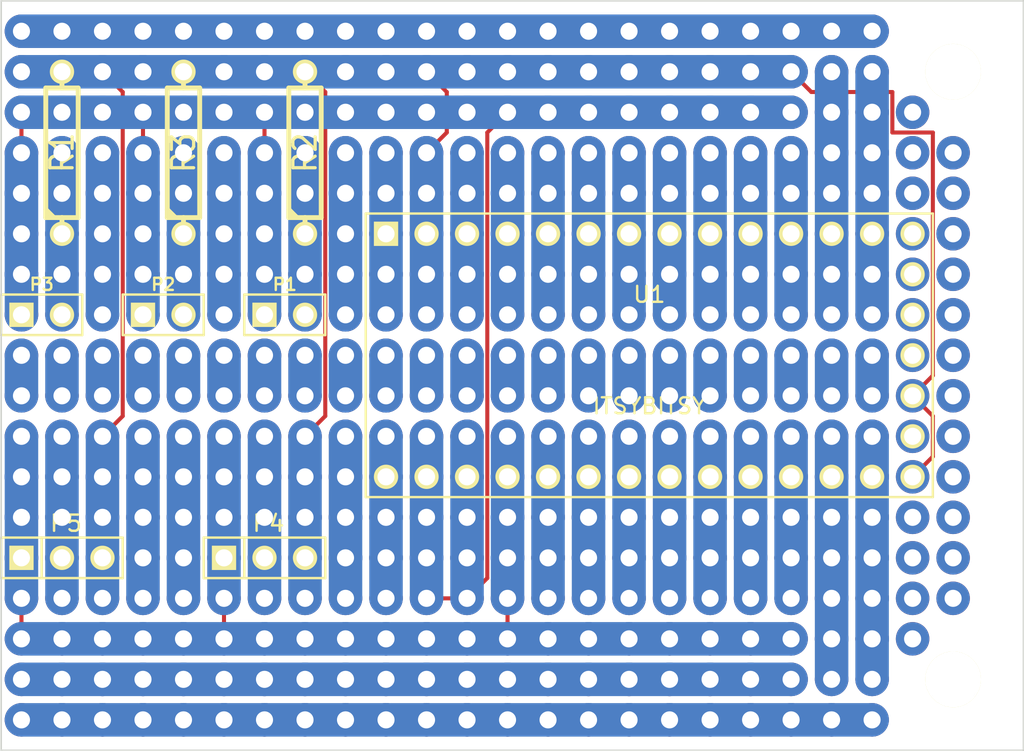
<source format=kicad_pcb>
(kicad_pcb (version 3) (host pcbnew "(2013-june-11)-stable")

  (general
    (links 21)
    (no_connects 0)
    (area 145.22 53.78 210.200001 101.160001)
    (thickness 1.6)
    (drawings 4)
    (tracks 796)
    (zones 0)
    (modules 11)
    (nets 9)
  )

  (page A3)
  (layers
    (15 F.Cu signal)
    (6 Inner6.Cu signal)
    (5 Inner5.Cu signal)
    (4 Inner4.Cu signal)
    (3 Inner3.Cu signal)
    (2 Inner2.Cu signal)
    (1 Inner1.Cu signal)
    (0 B.Cu signal)
    (16 B.Adhes user)
    (17 F.Adhes user)
    (18 B.Paste user)
    (19 F.Paste user)
    (20 B.SilkS user)
    (21 F.SilkS user)
    (22 B.Mask user)
    (23 F.Mask user)
    (24 Dwgs.User user)
    (25 Cmts.User user)
    (26 Eco1.User user)
    (27 Eco2.User user)
    (28 Edge.Cuts user)
  )

  (setup
    (last_trace_width 0.254)
    (trace_clearance 0.254)
    (zone_clearance 0.508)
    (zone_45_only no)
    (trace_min 0.254)
    (segment_width 0.2)
    (edge_width 0.1)
    (via_size 0.889)
    (via_drill 0.635)
    (via_min_size 0.889)
    (via_min_drill 0.508)
    (uvia_size 0.508)
    (uvia_drill 0.127)
    (uvias_allowed no)
    (uvia_min_size 0.508)
    (uvia_min_drill 0.127)
    (pcb_text_width 0.3)
    (pcb_text_size 1.5 1.5)
    (mod_edge_width 0.15)
    (mod_text_size 1 1)
    (mod_text_width 0.15)
    (pad_size 3.5 3.5)
    (pad_drill 3.5)
    (pad_to_mask_clearance 0)
    (aux_axis_origin 0 0)
    (visible_elements FFFFFFBF)
    (pcbplotparams
      (layerselection 3178497)
      (usegerberextensions true)
      (excludeedgelayer true)
      (linewidth 0.150000)
      (plotframeref false)
      (viasonmask false)
      (mode 1)
      (useauxorigin false)
      (hpglpennumber 1)
      (hpglpenspeed 20)
      (hpglpendiameter 15)
      (hpglpenoverlay 2)
      (psnegative false)
      (psa4output false)
      (plotreference true)
      (plotvalue true)
      (plotothertext true)
      (plotinvisibletext false)
      (padsonsilk false)
      (subtractmaskfromsilk false)
      (outputformat 1)
      (mirror false)
      (drillshape 1)
      (scaleselection 1)
      (outputdirectory ""))
  )

  (net 0 "")
  (net 1 /Servo+)
  (net 2 GND)
  (net 3 N-0000028)
  (net 4 N-0000029)
  (net 5 N-000003)
  (net 6 N-000004)
  (net 7 N-000005)
  (net 8 N-000006)

  (net_class Default "This is the default net class."
    (clearance 0.254)
    (trace_width 0.254)
    (via_dia 0.889)
    (via_drill 0.635)
    (uvia_dia 0.508)
    (uvia_drill 0.127)
    (add_net "")
    (add_net /Servo+)
    (add_net GND)
    (add_net N-0000028)
    (add_net N-0000029)
    (add_net N-000003)
    (add_net N-000004)
    (add_net N-000005)
    (add_net N-000006)
  )

  (module MH (layer F.Cu) (tedit 5B317F4D) (tstamp 5B317FE3)
    (at 205.74 58.42)
    (fp_text reference "" (at 0 0) (layer F.SilkS) hide
      (effects (font (size 1 1) (thickness 0.15)))
    )
    (fp_text value "" (at 0 0) (layer F.SilkS) hide
      (effects (font (size 1 1) (thickness 0.15)))
    )
    (pad "" np_thru_hole circle (at 0 0) (size 3.5 3.5) (drill 3.5)
      (layers *.Cu *.Mask F.SilkS)
    )
  )

  (module MH (layer F.Cu) (tedit 5B317F4D) (tstamp 5B317FEE)
    (at 205.74 96.52)
    (fp_text reference "" (at 0 0) (layer F.SilkS) hide
      (effects (font (size 1 1) (thickness 0.15)))
    )
    (fp_text value "" (at 0 0) (layer F.SilkS) hide
      (effects (font (size 1 1) (thickness 0.15)))
    )
    (pad "" np_thru_hole circle (at 0 0) (size 3.5 3.5) (drill 3.5)
      (layers *.Cu *.Mask F.SilkS)
    )
  )

  (module R4 (layer F.Cu) (tedit 200000) (tstamp 5BDF3E01)
    (at 149.86 63.5 90)
    (descr "Resitance 4 pas")
    (tags R)
    (path /5BDF3DE5)
    (autoplace_cost180 10)
    (fp_text reference R1 (at 0 0 90) (layer F.SilkS)
      (effects (font (size 1.397 1.27) (thickness 0.2032)))
    )
    (fp_text value "1K Ohms" (at 0 0 90) (layer F.SilkS) hide
      (effects (font (size 1.397 1.27) (thickness 0.2032)))
    )
    (fp_line (start -5.08 0) (end -4.064 0) (layer F.SilkS) (width 0.3048))
    (fp_line (start -4.064 0) (end -4.064 -1.016) (layer F.SilkS) (width 0.3048))
    (fp_line (start -4.064 -1.016) (end 4.064 -1.016) (layer F.SilkS) (width 0.3048))
    (fp_line (start 4.064 -1.016) (end 4.064 1.016) (layer F.SilkS) (width 0.3048))
    (fp_line (start 4.064 1.016) (end -4.064 1.016) (layer F.SilkS) (width 0.3048))
    (fp_line (start -4.064 1.016) (end -4.064 0) (layer F.SilkS) (width 0.3048))
    (fp_line (start -4.064 -0.508) (end -3.556 -1.016) (layer F.SilkS) (width 0.3048))
    (fp_line (start 5.08 0) (end 4.064 0) (layer F.SilkS) (width 0.3048))
    (pad 1 thru_hole circle (at -5.08 0 90) (size 1.524 1.524) (drill 0.8128)
      (layers *.Cu *.Mask F.SilkS)
      (net 4 N-0000029)
    )
    (pad 2 thru_hole circle (at 5.08 0 90) (size 1.524 1.524) (drill 0.8128)
      (layers *.Cu *.Mask F.SilkS)
      (net 2 GND)
    )
    (model discret/resistor.wrl
      (at (xyz 0 0 0))
      (scale (xyz 0.4 0.4 0.4))
      (rotate (xyz 0 0 0))
    )
  )

  (module R4 (layer F.Cu) (tedit 200000) (tstamp 5BDF3E0F)
    (at 157.48 63.5 90)
    (descr "Resitance 4 pas")
    (tags R)
    (path /5BDF3DF4)
    (autoplace_cost180 10)
    (fp_text reference R3 (at 0 0 90) (layer F.SilkS)
      (effects (font (size 1.397 1.27) (thickness 0.2032)))
    )
    (fp_text value "1K Ohms" (at 0 0 90) (layer F.SilkS) hide
      (effects (font (size 1.397 1.27) (thickness 0.2032)))
    )
    (fp_line (start -5.08 0) (end -4.064 0) (layer F.SilkS) (width 0.3048))
    (fp_line (start -4.064 0) (end -4.064 -1.016) (layer F.SilkS) (width 0.3048))
    (fp_line (start -4.064 -1.016) (end 4.064 -1.016) (layer F.SilkS) (width 0.3048))
    (fp_line (start 4.064 -1.016) (end 4.064 1.016) (layer F.SilkS) (width 0.3048))
    (fp_line (start 4.064 1.016) (end -4.064 1.016) (layer F.SilkS) (width 0.3048))
    (fp_line (start -4.064 1.016) (end -4.064 0) (layer F.SilkS) (width 0.3048))
    (fp_line (start -4.064 -0.508) (end -3.556 -1.016) (layer F.SilkS) (width 0.3048))
    (fp_line (start 5.08 0) (end 4.064 0) (layer F.SilkS) (width 0.3048))
    (pad 1 thru_hole circle (at -5.08 0 90) (size 1.524 1.524) (drill 0.8128)
      (layers *.Cu *.Mask F.SilkS)
      (net 8 N-000006)
    )
    (pad 2 thru_hole circle (at 5.08 0 90) (size 1.524 1.524) (drill 0.8128)
      (layers *.Cu *.Mask F.SilkS)
      (net 2 GND)
    )
    (model discret/resistor.wrl
      (at (xyz 0 0 0))
      (scale (xyz 0.4 0.4 0.4))
      (rotate (xyz 0 0 0))
    )
  )

  (module R4 (layer F.Cu) (tedit 200000) (tstamp 5BDF3E1D)
    (at 165.1 63.5 90)
    (descr "Resitance 4 pas")
    (tags R)
    (path /5BDF3E03)
    (autoplace_cost180 10)
    (fp_text reference R2 (at 0 0 90) (layer F.SilkS)
      (effects (font (size 1.397 1.27) (thickness 0.2032)))
    )
    (fp_text value "1K Ohms" (at 0 0 90) (layer F.SilkS) hide
      (effects (font (size 1.397 1.27) (thickness 0.2032)))
    )
    (fp_line (start -5.08 0) (end -4.064 0) (layer F.SilkS) (width 0.3048))
    (fp_line (start -4.064 0) (end -4.064 -1.016) (layer F.SilkS) (width 0.3048))
    (fp_line (start -4.064 -1.016) (end 4.064 -1.016) (layer F.SilkS) (width 0.3048))
    (fp_line (start 4.064 -1.016) (end 4.064 1.016) (layer F.SilkS) (width 0.3048))
    (fp_line (start 4.064 1.016) (end -4.064 1.016) (layer F.SilkS) (width 0.3048))
    (fp_line (start -4.064 1.016) (end -4.064 0) (layer F.SilkS) (width 0.3048))
    (fp_line (start -4.064 -0.508) (end -3.556 -1.016) (layer F.SilkS) (width 0.3048))
    (fp_line (start 5.08 0) (end 4.064 0) (layer F.SilkS) (width 0.3048))
    (pad 1 thru_hole circle (at -5.08 0 90) (size 1.524 1.524) (drill 0.8128)
      (layers *.Cu *.Mask F.SilkS)
      (net 3 N-0000028)
    )
    (pad 2 thru_hole circle (at 5.08 0 90) (size 1.524 1.524) (drill 0.8128)
      (layers *.Cu *.Mask F.SilkS)
      (net 2 GND)
    )
    (model discret/resistor.wrl
      (at (xyz 0 0 0))
      (scale (xyz 0.4 0.4 0.4))
      (rotate (xyz 0 0 0))
    )
  )

  (module PIN_ARRAY_3X1 (layer F.Cu) (tedit 4C1130E0) (tstamp 5BDF3E29)
    (at 162.56 88.9)
    (descr "Connecteur 3 pins")
    (tags "CONN DEV")
    (path /5BDF3C68)
    (fp_text reference P4 (at 0.254 -2.159) (layer F.SilkS)
      (effects (font (size 1.016 1.016) (thickness 0.1524)))
    )
    (fp_text value "Servo 1" (at 0 -2.159) (layer F.SilkS) hide
      (effects (font (size 1.016 1.016) (thickness 0.1524)))
    )
    (fp_line (start -3.81 1.27) (end -3.81 -1.27) (layer F.SilkS) (width 0.1524))
    (fp_line (start -3.81 -1.27) (end 3.81 -1.27) (layer F.SilkS) (width 0.1524))
    (fp_line (start 3.81 -1.27) (end 3.81 1.27) (layer F.SilkS) (width 0.1524))
    (fp_line (start 3.81 1.27) (end -3.81 1.27) (layer F.SilkS) (width 0.1524))
    (fp_line (start -1.27 -1.27) (end -1.27 1.27) (layer F.SilkS) (width 0.1524))
    (pad 1 thru_hole rect (at -2.54 0) (size 1.524 1.524) (drill 1.016)
      (layers *.Cu *.Mask F.SilkS)
      (net 1 /Servo+)
    )
    (pad 2 thru_hole circle (at 0 0) (size 1.524 1.524) (drill 1.016)
      (layers *.Cu *.Mask F.SilkS)
      (net 5 N-000003)
    )
    (pad 3 thru_hole circle (at 2.54 0) (size 1.524 1.524) (drill 1.016)
      (layers *.Cu *.Mask F.SilkS)
      (net 2 GND)
    )
    (model pin_array/pins_array_3x1.wrl
      (at (xyz 0 0 0))
      (scale (xyz 1 1 1))
      (rotate (xyz 0 0 0))
    )
  )

  (module PIN_ARRAY_3X1 (layer F.Cu) (tedit 4C1130E0) (tstamp 5BDF3E35)
    (at 149.86 88.9)
    (descr "Connecteur 3 pins")
    (tags "CONN DEV")
    (path /5BDF3C77)
    (fp_text reference P5 (at 0.254 -2.159) (layer F.SilkS)
      (effects (font (size 1.016 1.016) (thickness 0.1524)))
    )
    (fp_text value "Servo 2" (at 0 -2.159) (layer F.SilkS) hide
      (effects (font (size 1.016 1.016) (thickness 0.1524)))
    )
    (fp_line (start -3.81 1.27) (end -3.81 -1.27) (layer F.SilkS) (width 0.1524))
    (fp_line (start -3.81 -1.27) (end 3.81 -1.27) (layer F.SilkS) (width 0.1524))
    (fp_line (start 3.81 -1.27) (end 3.81 1.27) (layer F.SilkS) (width 0.1524))
    (fp_line (start 3.81 1.27) (end -3.81 1.27) (layer F.SilkS) (width 0.1524))
    (fp_line (start -1.27 -1.27) (end -1.27 1.27) (layer F.SilkS) (width 0.1524))
    (pad 1 thru_hole rect (at -2.54 0) (size 1.524 1.524) (drill 1.016)
      (layers *.Cu *.Mask F.SilkS)
      (net 1 /Servo+)
    )
    (pad 2 thru_hole circle (at 0 0) (size 1.524 1.524) (drill 1.016)
      (layers *.Cu *.Mask F.SilkS)
      (net 6 N-000004)
    )
    (pad 3 thru_hole circle (at 2.54 0) (size 1.524 1.524) (drill 1.016)
      (layers *.Cu *.Mask F.SilkS)
      (net 2 GND)
    )
    (model pin_array/pins_array_3x1.wrl
      (at (xyz 0 0 0))
      (scale (xyz 1 1 1))
      (rotate (xyz 0 0 0))
    )
  )

  (module PIN_ARRAY_2X1 (layer F.Cu) (tedit 4565C520) (tstamp 5BDF3E3F)
    (at 156.21 73.66)
    (descr "Connecteurs 2 pins")
    (tags "CONN DEV")
    (path /5BDF3D5C)
    (fp_text reference P2 (at 0 -1.905) (layer F.SilkS)
      (effects (font (size 0.762 0.762) (thickness 0.1524)))
    )
    (fp_text value LDR2 (at 0 -1.905) (layer F.SilkS) hide
      (effects (font (size 0.762 0.762) (thickness 0.1524)))
    )
    (fp_line (start -2.54 1.27) (end -2.54 -1.27) (layer F.SilkS) (width 0.1524))
    (fp_line (start -2.54 -1.27) (end 2.54 -1.27) (layer F.SilkS) (width 0.1524))
    (fp_line (start 2.54 -1.27) (end 2.54 1.27) (layer F.SilkS) (width 0.1524))
    (fp_line (start 2.54 1.27) (end -2.54 1.27) (layer F.SilkS) (width 0.1524))
    (pad 1 thru_hole rect (at -1.27 0) (size 1.524 1.524) (drill 1.016)
      (layers *.Cu *.Mask F.SilkS)
      (net 7 N-000005)
    )
    (pad 2 thru_hole circle (at 1.27 0) (size 1.524 1.524) (drill 1.016)
      (layers *.Cu *.Mask F.SilkS)
      (net 8 N-000006)
    )
    (model pin_array/pins_array_2x1.wrl
      (at (xyz 0 0 0))
      (scale (xyz 1 1 1))
      (rotate (xyz 0 0 0))
    )
  )

  (module PIN_ARRAY_2X1 (layer F.Cu) (tedit 4565C520) (tstamp 5BDF3E49)
    (at 148.59 73.66)
    (descr "Connecteurs 2 pins")
    (tags "CONN DEV")
    (path /5BDF3D6B)
    (fp_text reference P3 (at 0 -1.905) (layer F.SilkS)
      (effects (font (size 0.762 0.762) (thickness 0.1524)))
    )
    (fp_text value LDR3 (at 0 -1.905) (layer F.SilkS) hide
      (effects (font (size 0.762 0.762) (thickness 0.1524)))
    )
    (fp_line (start -2.54 1.27) (end -2.54 -1.27) (layer F.SilkS) (width 0.1524))
    (fp_line (start -2.54 -1.27) (end 2.54 -1.27) (layer F.SilkS) (width 0.1524))
    (fp_line (start 2.54 -1.27) (end 2.54 1.27) (layer F.SilkS) (width 0.1524))
    (fp_line (start 2.54 1.27) (end -2.54 1.27) (layer F.SilkS) (width 0.1524))
    (pad 1 thru_hole rect (at -1.27 0) (size 1.524 1.524) (drill 1.016)
      (layers *.Cu *.Mask F.SilkS)
      (net 7 N-000005)
    )
    (pad 2 thru_hole circle (at 1.27 0) (size 1.524 1.524) (drill 1.016)
      (layers *.Cu *.Mask F.SilkS)
      (net 4 N-0000029)
    )
    (model pin_array/pins_array_2x1.wrl
      (at (xyz 0 0 0))
      (scale (xyz 1 1 1))
      (rotate (xyz 0 0 0))
    )
  )

  (module PIN_ARRAY_2X1 (layer F.Cu) (tedit 4565C520) (tstamp 5BDF3E53)
    (at 163.83 73.66)
    (descr "Connecteurs 2 pins")
    (tags "CONN DEV")
    (path /5BDF3D7A)
    (fp_text reference P1 (at 0 -1.905) (layer F.SilkS)
      (effects (font (size 0.762 0.762) (thickness 0.1524)))
    )
    (fp_text value LDR1 (at 0 -1.905) (layer F.SilkS) hide
      (effects (font (size 0.762 0.762) (thickness 0.1524)))
    )
    (fp_line (start -2.54 1.27) (end -2.54 -1.27) (layer F.SilkS) (width 0.1524))
    (fp_line (start -2.54 -1.27) (end 2.54 -1.27) (layer F.SilkS) (width 0.1524))
    (fp_line (start 2.54 -1.27) (end 2.54 1.27) (layer F.SilkS) (width 0.1524))
    (fp_line (start 2.54 1.27) (end -2.54 1.27) (layer F.SilkS) (width 0.1524))
    (pad 1 thru_hole rect (at -1.27 0) (size 1.524 1.524) (drill 1.016)
      (layers *.Cu *.Mask F.SilkS)
      (net 7 N-000005)
    )
    (pad 2 thru_hole circle (at 1.27 0) (size 1.524 1.524) (drill 1.016)
      (layers *.Cu *.Mask F.SilkS)
      (net 3 N-0000028)
    )
    (model pin_array/pins_array_2x1.wrl
      (at (xyz 0 0 0))
      (scale (xyz 1 1 1))
      (rotate (xyz 0 0 0))
    )
  )

  (module ItsyBitsy (layer F.Cu) (tedit 5BDF3315) (tstamp 5BDF3E7C)
    (at 186.69 76.2)
    (path /5BDF3C2F)
    (fp_text reference U1 (at 0 -3.81) (layer F.SilkS)
      (effects (font (size 1 1) (thickness 0.15)))
    )
    (fp_text value ITSYBITSY (at 0 3.175) (layer F.SilkS)
      (effects (font (size 1 1) (thickness 0.15)))
    )
    (fp_line (start -17.78 -8.89) (end 17.78 -8.89) (layer F.SilkS) (width 0.15))
    (fp_line (start 17.78 -8.89) (end 17.78 8.89) (layer F.SilkS) (width 0.15))
    (fp_line (start 17.78 8.89) (end -17.78 8.89) (layer F.SilkS) (width 0.15))
    (fp_line (start -17.78 8.89) (end -17.78 -8.89) (layer F.SilkS) (width 0.15))
    (pad 1 thru_hole rect (at -16.51 -7.62) (size 1.524 1.524) (drill 1.016)
      (layers *.Cu *.Mask F.SilkS)
    )
    (pad 2 thru_hole circle (at -13.97 -7.62) (size 1.524 1.524) (drill 1.016)
      (layers *.Cu *.Mask F.SilkS)
      (net 2 GND)
    )
    (pad 3 thru_hole circle (at -11.43 -7.62) (size 1.524 1.524) (drill 1.016)
      (layers *.Cu *.Mask F.SilkS)
    )
    (pad 4 thru_hole circle (at -8.89 -7.62) (size 1.524 1.524) (drill 1.016)
      (layers *.Cu *.Mask F.SilkS)
    )
    (pad 5 thru_hole circle (at -6.35 -7.62) (size 1.524 1.524) (drill 1.016)
      (layers *.Cu *.Mask F.SilkS)
    )
    (pad 6 thru_hole circle (at -3.81 -7.62) (size 1.524 1.524) (drill 1.016)
      (layers *.Cu *.Mask F.SilkS)
    )
    (pad 7 thru_hole circle (at -1.27 -7.62) (size 1.524 1.524) (drill 1.016)
      (layers *.Cu *.Mask F.SilkS)
      (net 5 N-000003)
    )
    (pad 8 thru_hole circle (at 1.27 -7.62) (size 1.524 1.524) (drill 1.016)
      (layers *.Cu *.Mask F.SilkS)
      (net 6 N-000004)
    )
    (pad 9 thru_hole circle (at 3.81 -7.62) (size 1.524 1.524) (drill 1.016)
      (layers *.Cu *.Mask F.SilkS)
    )
    (pad 10 thru_hole circle (at 6.35 -7.62) (size 1.524 1.524) (drill 1.016)
      (layers *.Cu *.Mask F.SilkS)
    )
    (pad 11 thru_hole circle (at 8.89 -7.62) (size 1.524 1.524) (drill 1.016)
      (layers *.Cu *.Mask F.SilkS)
    )
    (pad 12 thru_hole circle (at 11.43 -7.62) (size 1.524 1.524) (drill 1.016)
      (layers *.Cu *.Mask F.SilkS)
    )
    (pad 13 thru_hole circle (at 13.97 -7.62) (size 1.524 1.524) (drill 1.016)
      (layers *.Cu *.Mask F.SilkS)
    )
    (pad 14 thru_hole circle (at 16.51 -7.62) (size 1.524 1.524) (drill 1.016)
      (layers *.Cu *.Mask F.SilkS)
    )
    (pad 15 thru_hole circle (at 16.51 -5.08) (size 1.524 1.524) (drill 1.016)
      (layers *.Cu *.Mask F.SilkS)
    )
    (pad 16 thru_hole circle (at 16.51 -2.54) (size 1.524 1.524) (drill 1.016)
      (layers *.Cu *.Mask F.SilkS)
    )
    (pad 17 thru_hole circle (at 16.51 0) (size 1.524 1.524) (drill 1.016)
      (layers *.Cu *.Mask F.SilkS)
    )
    (pad 18 thru_hole circle (at 16.51 2.54) (size 1.524 1.524) (drill 1.016)
      (layers *.Cu *.Mask F.SilkS)
      (net 2 GND)
    )
    (pad 19 thru_hole circle (at 16.51 5.08) (size 1.524 1.524) (drill 1.016)
      (layers *.Cu *.Mask F.SilkS)
    )
    (pad 20 thru_hole circle (at 16.51 7.62) (size 1.524 1.524) (drill 1.016)
      (layers *.Cu *.Mask F.SilkS)
      (net 2 GND)
    )
    (pad 21 thru_hole circle (at 13.97 7.62) (size 1.524 1.524) (drill 1.016)
      (layers *.Cu *.Mask F.SilkS)
    )
    (pad 22 thru_hole circle (at 11.43 7.62) (size 1.524 1.524) (drill 1.016)
      (layers *.Cu *.Mask F.SilkS)
    )
    (pad 23 thru_hole circle (at 8.89 7.62) (size 1.524 1.524) (drill 1.016)
      (layers *.Cu *.Mask F.SilkS)
    )
    (pad 24 thru_hole circle (at 6.35 7.62) (size 1.524 1.524) (drill 1.016)
      (layers *.Cu *.Mask F.SilkS)
    )
    (pad 25 thru_hole circle (at 3.81 7.62) (size 1.524 1.524) (drill 1.016)
      (layers *.Cu *.Mask F.SilkS)
    )
    (pad 26 thru_hole circle (at 1.27 7.62) (size 1.524 1.524) (drill 1.016)
      (layers *.Cu *.Mask F.SilkS)
    )
    (pad 27 thru_hole circle (at -1.27 7.62) (size 1.524 1.524) (drill 1.016)
      (layers *.Cu *.Mask F.SilkS)
      (net 4 N-0000029)
    )
    (pad 28 thru_hole circle (at -3.81 7.62) (size 1.524 1.524) (drill 1.016)
      (layers *.Cu *.Mask F.SilkS)
      (net 8 N-000006)
    )
    (pad 29 thru_hole circle (at -6.35 7.62) (size 1.524 1.524) (drill 1.016)
      (layers *.Cu *.Mask F.SilkS)
      (net 3 N-0000028)
    )
    (pad 30 thru_hole circle (at -8.89 7.62) (size 1.524 1.524) (drill 1.016)
      (layers *.Cu *.Mask F.SilkS)
      (net 1 /Servo+)
    )
    (pad 31 thru_hole circle (at -11.43 7.62) (size 1.524 1.524) (drill 1.016)
      (layers *.Cu *.Mask F.SilkS)
      (net 7 N-000005)
    )
    (pad 32 thru_hole circle (at -13.97 7.62) (size 1.524 1.524) (drill 1.016)
      (layers *.Cu *.Mask F.SilkS)
      (net 7 N-000005)
    )
    (pad 33 thru_hole circle (at -16.51 7.62) (size 1.524 1.524) (drill 1.016)
      (layers *.Cu *.Mask F.SilkS)
    )
  )

  (gr_line (start 146.05 100.97) (end 146.05 53.97) (angle 90) (layer Edge.Cuts) (width 0.1))
  (gr_line (start 210.15 100.97) (end 146.05 100.97) (angle 90) (layer Edge.Cuts) (width 0.1))
  (gr_line (start 210.15 53.97) (end 210.15 100.97) (angle 90) (layer Edge.Cuts) (width 0.1))
  (gr_line (start 146.05 53.97) (end 210.15 53.97) (angle 90) (layer Edge.Cuts) (width 0.1))

  (segment (start 187.96 76.2) (end 187.96 78.74) (width 2.1) (layer B.Cu) (net 0) (tstamp 5B317A1D))
  (via (at 187.96 78.74) (size 2.1) (drill 1.07) (layers F.Cu B.Cu) (net 0) (tstamp 5B317A1E))
  (via (at 187.96 76.2) (size 2.1) (drill 1.07) (layers F.Cu B.Cu) (net 0) (tstamp 5B317A1F))
  (via (at 180.34 76.2) (size 2.1) (drill 1.07) (layers F.Cu B.Cu) (net 0) (tstamp 5B317A38))
  (via (at 180.34 78.74) (size 2.1) (drill 1.07) (layers F.Cu B.Cu) (net 0) (tstamp 5B317A39))
  (segment (start 180.34 78.74) (end 180.34 76.2) (width 2.1) (layer B.Cu) (net 0) (tstamp 5B317A3A))
  (via (at 205.74 63.5) (size 2.1) (drill 1.07) (layers F.Cu B.Cu) (net 0) (tstamp 5B317F0F))
  (via (at 205.74 66.04) (size 2.1) (drill 1.07) (layers F.Cu B.Cu) (net 0) (tstamp 5B317F0E))
  (via (at 205.74 68.58) (size 2.1) (drill 1.07) (layers F.Cu B.Cu) (net 0) (tstamp 5B317F0D))
  (via (at 205.74 71.12) (size 2.1) (drill 1.07) (layers F.Cu B.Cu) (net 0) (tstamp 5B317F0C))
  (via (at 205.74 73.66) (size 2.1) (drill 1.07) (layers F.Cu B.Cu) (net 0) (tstamp 5B317F0B))
  (via (at 205.74 76.2) (size 2.1) (drill 1.07) (layers F.Cu B.Cu) (net 0) (tstamp 5B317F0A))
  (via (at 205.74 78.74) (size 2.1) (drill 1.07) (layers F.Cu B.Cu) (net 0) (tstamp 5B317F09))
  (via (at 205.74 81.28) (size 2.1) (drill 1.07) (layers F.Cu B.Cu) (net 0) (tstamp 5B317F08))
  (via (at 205.74 83.82) (size 2.1) (drill 1.07) (layers F.Cu B.Cu) (net 0) (tstamp 5B317F07))
  (via (at 205.74 86.36) (size 2.1) (drill 1.07) (layers F.Cu B.Cu) (net 0) (tstamp 5B317F06))
  (via (at 205.74 88.9) (size 2.1) (drill 1.07) (layers F.Cu B.Cu) (net 0) (tstamp 5B317F05))
  (via (at 205.74 91.44) (size 2.1) (drill 1.07) (layers F.Cu B.Cu) (net 0) (tstamp 5B317F04))
  (via (at 203.2 60.96) (size 2.1) (drill 1.07) (layers F.Cu B.Cu) (net 0) (tstamp 5B317F03))
  (via (at 203.2 63.5) (size 2.1) (drill 1.07) (layers F.Cu B.Cu) (net 0) (tstamp 5B317F02))
  (via (at 203.2 66.04) (size 2.1) (drill 1.07) (layers F.Cu B.Cu) (net 0) (tstamp 5B317F01))
  (via (at 203.2 68.58) (size 2.1) (drill 1.07) (layers F.Cu B.Cu) (net 0) (tstamp 5B317F00))
  (via (at 203.2 71.12) (size 2.1) (drill 1.07) (layers F.Cu B.Cu) (net 0) (tstamp 5B317EFF))
  (via (at 203.2 73.66) (size 2.1) (drill 1.07) (layers F.Cu B.Cu) (net 0) (tstamp 5B317EFE))
  (via (at 203.2 76.2) (size 2.1) (drill 1.07) (layers F.Cu B.Cu) (net 0) (tstamp 5B317EFD))
  (via (at 203.2 81.28) (size 2.1) (drill 1.07) (layers F.Cu B.Cu) (net 0) (tstamp 5B317EFB))
  (via (at 203.2 86.36) (size 2.1) (drill 1.07) (layers F.Cu B.Cu) (net 0) (tstamp 5B317EF9))
  (via (at 203.2 88.9) (size 2.1) (drill 1.07) (layers F.Cu B.Cu) (net 0) (tstamp 5B317EF8))
  (via (at 203.2 91.44) (size 2.1) (drill 1.07) (layers F.Cu B.Cu) (net 0) (tstamp 5B317EF7))
  (via (at 203.2 93.98) (size 2.1) (drill 1.07) (layers F.Cu B.Cu) (net 0) (tstamp 5B317EF6))
  (segment (start 147.32 99.06) (end 149.86 99.06) (width 2.1) (layer B.Cu) (net 0) (tstamp 5B317E80))
  (segment (start 149.86 99.06) (end 152.4 99.06) (width 2.1) (layer B.Cu) (net 0) (tstamp 5B317E7F))
  (segment (start 152.4 99.06) (end 154.94 99.06) (width 2.1) (layer B.Cu) (net 0) (tstamp 5B317E7E))
  (segment (start 154.94 99.06) (end 157.48 99.06) (width 2.1) (layer B.Cu) (net 0) (tstamp 5B317E7D))
  (segment (start 157.48 99.06) (end 160.02 99.06) (width 2.1) (layer B.Cu) (net 0) (tstamp 5B317E7C))
  (segment (start 160.02 99.06) (end 162.56 99.06) (width 2.1) (layer B.Cu) (net 0) (tstamp 5B317E7B))
  (segment (start 162.56 99.06) (end 165.1 99.06) (width 2.1) (layer B.Cu) (net 0) (tstamp 5B317E7A))
  (segment (start 165.1 99.06) (end 167.64 99.06) (width 2.1) (layer B.Cu) (net 0) (tstamp 5B317E79))
  (segment (start 167.64 99.06) (end 170.18 99.06) (width 2.1) (layer B.Cu) (net 0) (tstamp 5B317E78))
  (segment (start 170.18 99.06) (end 172.72 99.06) (width 2.1) (layer B.Cu) (net 0) (tstamp 5B317E77))
  (segment (start 172.72 99.06) (end 175.26 99.06) (width 2.1) (layer B.Cu) (net 0) (tstamp 5B317E76))
  (segment (start 175.26 99.06) (end 177.8 99.06) (width 2.1) (layer B.Cu) (net 0) (tstamp 5B317E75))
  (segment (start 177.8 99.06) (end 180.34 99.06) (width 2.1) (layer B.Cu) (net 0) (tstamp 5B317E74))
  (segment (start 180.34 99.06) (end 182.88 99.06) (width 2.1) (layer B.Cu) (net 0) (tstamp 5B317E73))
  (segment (start 182.88 99.06) (end 185.42 99.06) (width 2.1) (layer B.Cu) (net 0) (tstamp 5B317E72))
  (segment (start 185.42 99.06) (end 187.96 99.06) (width 2.1) (layer B.Cu) (net 0) (tstamp 5B317E71))
  (segment (start 187.96 99.06) (end 190.5 99.06) (width 2.1) (layer B.Cu) (net 0) (tstamp 5B317E70))
  (segment (start 190.5 99.06) (end 193.04 99.06) (width 2.1) (layer B.Cu) (net 0) (tstamp 5B317E6F))
  (segment (start 193.04 99.06) (end 195.58 99.06) (width 2.1) (layer B.Cu) (net 0) (tstamp 5B317E6E))
  (segment (start 195.58 99.06) (end 198.12 99.06) (width 2.1) (layer B.Cu) (net 0) (tstamp 5B317E6D))
  (segment (start 198.12 99.06) (end 200.66 99.06) (width 2.1) (layer B.Cu) (net 0) (tstamp 5B317E6C))
  (via (at 200.66 99.06) (size 2.1) (drill 1.07) (layers F.Cu B.Cu) (net 0) (tstamp 5B317E66))
  (via (at 198.12 99.06) (size 2.1) (drill 1.07) (layers F.Cu B.Cu) (net 0) (tstamp 5B317E65))
  (via (at 195.58 99.06) (size 2.1) (drill 1.07) (layers F.Cu B.Cu) (net 0) (tstamp 5B317E64))
  (via (at 193.04 99.06) (size 2.1) (drill 1.07) (layers F.Cu B.Cu) (net 0) (tstamp 5B317E63))
  (via (at 190.5 99.06) (size 2.1) (drill 1.07) (layers F.Cu B.Cu) (net 0) (tstamp 5B317E62))
  (via (at 187.96 99.06) (size 2.1) (drill 1.07) (layers F.Cu B.Cu) (net 0) (tstamp 5B317E61))
  (via (at 185.42 99.06) (size 2.1) (drill 1.07) (layers F.Cu B.Cu) (net 0) (tstamp 5B317E60))
  (via (at 182.88 99.06) (size 2.1) (drill 1.07) (layers F.Cu B.Cu) (net 0) (tstamp 5B317E5F))
  (via (at 180.34 99.06) (size 2.1) (drill 1.07) (layers F.Cu B.Cu) (net 0) (tstamp 5B317E5E))
  (via (at 177.8 99.06) (size 2.1) (drill 1.07) (layers F.Cu B.Cu) (net 0) (tstamp 5B317E5D))
  (via (at 175.26 99.06) (size 2.1) (drill 1.07) (layers F.Cu B.Cu) (net 0) (tstamp 5B317E5C))
  (via (at 172.72 99.06) (size 2.1) (drill 1.07) (layers F.Cu B.Cu) (net 0) (tstamp 5B317E5B))
  (via (at 170.18 99.06) (size 2.1) (drill 1.07) (layers F.Cu B.Cu) (net 0) (tstamp 5B317E5A))
  (via (at 167.64 99.06) (size 2.1) (drill 1.07) (layers F.Cu B.Cu) (net 0) (tstamp 5B317E59))
  (via (at 165.1 99.06) (size 2.1) (drill 1.07) (layers F.Cu B.Cu) (net 0) (tstamp 5B317E58))
  (via (at 162.56 99.06) (size 2.1) (drill 1.07) (layers F.Cu B.Cu) (net 0) (tstamp 5B317E57))
  (via (at 160.02 99.06) (size 2.1) (drill 1.07) (layers F.Cu B.Cu) (net 0) (tstamp 5B317E56))
  (via (at 157.48 99.06) (size 2.1) (drill 1.07) (layers F.Cu B.Cu) (net 0) (tstamp 5B317E55))
  (via (at 154.94 99.06) (size 2.1) (drill 1.07) (layers F.Cu B.Cu) (net 0) (tstamp 5B317E54))
  (via (at 152.4 99.06) (size 2.1) (drill 1.07) (layers F.Cu B.Cu) (net 0) (tstamp 5B317E53))
  (via (at 149.86 99.06) (size 2.1) (drill 1.07) (layers F.Cu B.Cu) (net 0) (tstamp 5B317E52))
  (via (at 147.32 99.06) (size 2.1) (drill 1.07) (layers F.Cu B.Cu) (net 0) (tstamp 5B317E51))
  (via (at 175.26 96.52) (size 2.1) (drill 1.07) (layers F.Cu B.Cu) (net 0) (tstamp 5B317DB0))
  (via (at 177.8 96.52) (size 2.1) (drill 1.07) (layers F.Cu B.Cu) (net 0) (tstamp 5B317DAF))
  (via (at 180.34 96.52) (size 2.1) (drill 1.07) (layers F.Cu B.Cu) (net 0) (tstamp 5B317DAE))
  (via (at 182.88 96.52) (size 2.1) (drill 1.07) (layers F.Cu B.Cu) (net 0) (tstamp 5B317DAD))
  (via (at 185.42 96.52) (size 2.1) (drill 1.07) (layers F.Cu B.Cu) (net 0) (tstamp 5B317DAC))
  (via (at 187.96 96.52) (size 2.1) (drill 1.07) (layers F.Cu B.Cu) (net 0) (tstamp 5B317DAB))
  (via (at 190.5 96.52) (size 2.1) (drill 1.07) (layers F.Cu B.Cu) (net 0) (tstamp 5B317DAA))
  (via (at 193.04 96.52) (size 2.1) (drill 1.07) (layers F.Cu B.Cu) (net 0) (tstamp 5B317DA9))
  (via (at 195.58 96.52) (size 2.1) (drill 1.07) (layers F.Cu B.Cu) (net 0) (tstamp 5B317DA8))
  (segment (start 193.04 96.52) (end 190.5 96.52) (width 2.1) (layer B.Cu) (net 0) (tstamp 5B317DA7))
  (segment (start 190.5 96.52) (end 187.96 96.52) (width 2.1) (layer B.Cu) (net 0) (tstamp 5B317DA6))
  (segment (start 187.96 96.52) (end 185.42 96.52) (width 2.1) (layer B.Cu) (net 0) (tstamp 5B317DA5))
  (segment (start 185.42 96.52) (end 182.88 96.52) (width 2.1) (layer B.Cu) (net 0) (tstamp 5B317DA4))
  (segment (start 182.88 96.52) (end 180.34 96.52) (width 2.1) (layer B.Cu) (net 0) (tstamp 5B317DA3))
  (segment (start 180.34 96.52) (end 177.8 96.52) (width 2.1) (layer B.Cu) (net 0) (tstamp 5B317DA2))
  (segment (start 177.8 96.52) (end 175.26 96.52) (width 2.1) (layer B.Cu) (net 0) (tstamp 5B317DA1))
  (segment (start 175.26 96.52) (end 172.72 96.52) (width 2.1) (layer B.Cu) (net 0) (tstamp 5B317DA0))
  (segment (start 172.72 96.52) (end 170.18 96.52) (width 2.1) (layer B.Cu) (net 0) (tstamp 5B317D9F))
  (segment (start 170.18 96.52) (end 167.64 96.52) (width 2.1) (layer B.Cu) (net 0) (tstamp 5B317D9E))
  (segment (start 167.64 96.52) (end 165.1 96.52) (width 2.1) (layer B.Cu) (net 0) (tstamp 5B317D9D))
  (segment (start 165.1 96.52) (end 162.56 96.52) (width 2.1) (layer B.Cu) (net 0) (tstamp 5B317D9C))
  (segment (start 162.56 96.52) (end 160.02 96.52) (width 2.1) (layer B.Cu) (net 0) (tstamp 5B317D9B))
  (segment (start 160.02 96.52) (end 157.48 96.52) (width 2.1) (layer B.Cu) (net 0) (tstamp 5B317D9A))
  (segment (start 157.48 96.52) (end 154.94 96.52) (width 2.1) (layer B.Cu) (net 0) (tstamp 5B317D99))
  (segment (start 154.94 96.52) (end 152.4 96.52) (width 2.1) (layer B.Cu) (net 0) (tstamp 5B317D98))
  (segment (start 152.4 96.52) (end 149.86 96.52) (width 2.1) (layer B.Cu) (net 0) (tstamp 5B317D97))
  (segment (start 149.86 96.52) (end 147.32 96.52) (width 2.1) (layer B.Cu) (net 0) (tstamp 5B317D96))
  (segment (start 195.58 96.52) (end 193.04 96.52) (width 2.1) (layer B.Cu) (net 0) (tstamp 5B317D95))
  (via (at 147.32 96.52) (size 2.1) (drill 1.07) (layers F.Cu B.Cu) (net 0) (tstamp 5B317D44))
  (via (at 149.86 96.52) (size 2.1) (drill 1.07) (layers F.Cu B.Cu) (net 0) (tstamp 5B317D43))
  (via (at 152.4 96.52) (size 2.1) (drill 1.07) (layers F.Cu B.Cu) (net 0) (tstamp 5B317D42))
  (via (at 154.94 96.52) (size 2.1) (drill 1.07) (layers F.Cu B.Cu) (net 0) (tstamp 5B317D41))
  (via (at 157.48 96.52) (size 2.1) (drill 1.07) (layers F.Cu B.Cu) (net 0) (tstamp 5B317D40))
  (via (at 160.02 96.52) (size 2.1) (drill 1.07) (layers F.Cu B.Cu) (net 0) (tstamp 5B317D3F))
  (via (at 165.1 96.52) (size 2.1) (drill 1.07) (layers F.Cu B.Cu) (net 0) (tstamp 5B317D3E))
  (via (at 167.64 96.52) (size 2.1) (drill 1.07) (layers F.Cu B.Cu) (net 0) (tstamp 5B317D3D))
  (via (at 162.56 96.52) (size 2.1) (drill 1.07) (layers F.Cu B.Cu) (net 0) (tstamp 5B317D3C))
  (via (at 170.18 96.52) (size 2.1) (drill 1.07) (layers F.Cu B.Cu) (net 0) (tstamp 5B317D3B))
  (via (at 172.72 96.52) (size 2.1) (drill 1.07) (layers F.Cu B.Cu) (net 0) (tstamp 5B317D3A))
  (segment (start 195.58 83.82) (end 195.58 86.36) (width 2.1) (layer B.Cu) (net 0) (tstamp 5B317D35))
  (segment (start 195.58 83.82) (end 195.58 81.28) (width 2.1) (layer B.Cu) (net 0) (tstamp 5B317D34))
  (via (at 195.58 91.44) (size 2.1) (drill 1.07) (layers F.Cu B.Cu) (net 0) (tstamp 5B317D33))
  (segment (start 195.58 91.44) (end 195.58 88.9) (width 2.1) (layer B.Cu) (net 0) (tstamp 5B317D32))
  (segment (start 195.58 86.36) (end 195.58 88.9) (width 2.1) (layer B.Cu) (net 0) (tstamp 5B317D31))
  (via (at 195.58 81.28) (size 2.1) (drill 1.07) (layers F.Cu B.Cu) (net 0) (tstamp 5B317D30))
  (via (at 195.58 83.82) (size 2.1) (drill 1.07) (layers F.Cu B.Cu) (net 0) (tstamp 5B317D2F))
  (via (at 195.58 86.36) (size 2.1) (drill 1.07) (layers F.Cu B.Cu) (net 0) (tstamp 5B317D2E))
  (via (at 195.58 88.9) (size 2.1) (drill 1.07) (layers F.Cu B.Cu) (net 0) (tstamp 5B317D2D))
  (segment (start 157.48 83.82) (end 157.48 86.36) (width 2.1) (layer B.Cu) (net 0) (tstamp 5B317C0C))
  (segment (start 157.48 83.82) (end 157.48 81.28) (width 2.1) (layer B.Cu) (net 0) (tstamp 5B317C0B))
  (via (at 157.48 91.44) (size 2.1) (drill 1.07) (layers F.Cu B.Cu) (net 0) (tstamp 5B317C0A))
  (segment (start 157.48 91.44) (end 157.48 88.9) (width 2.1) (layer B.Cu) (net 0) (tstamp 5B317C09))
  (segment (start 157.48 86.36) (end 157.48 88.9) (width 2.1) (layer B.Cu) (net 0) (tstamp 5B317C08))
  (via (at 157.48 81.28) (size 2.1) (drill 1.07) (layers F.Cu B.Cu) (net 0) (tstamp 5B317C07))
  (via (at 157.48 83.82) (size 2.1) (drill 1.07) (layers F.Cu B.Cu) (net 0) (tstamp 5B317C06))
  (via (at 157.48 86.36) (size 2.1) (drill 1.07) (layers F.Cu B.Cu) (net 0) (tstamp 5B317C05))
  (via (at 157.48 88.9) (size 2.1) (drill 1.07) (layers F.Cu B.Cu) (net 0) (tstamp 5B317C04))
  (segment (start 170.18 83.82) (end 170.18 86.36) (width 2.1) (layer B.Cu) (net 0) (tstamp 5B317BD6))
  (segment (start 170.18 83.82) (end 170.18 81.28) (width 2.1) (layer B.Cu) (net 0) (tstamp 5B317BD5))
  (via (at 170.18 91.44) (size 2.1) (drill 1.07) (layers F.Cu B.Cu) (net 0) (tstamp 5B317BD4))
  (segment (start 170.18 91.44) (end 170.18 88.9) (width 2.1) (layer B.Cu) (net 0) (tstamp 5B317BD3))
  (segment (start 170.18 86.36) (end 170.18 88.9) (width 2.1) (layer B.Cu) (net 0) (tstamp 5B317BD2))
  (via (at 170.18 81.28) (size 2.1) (drill 1.07) (layers F.Cu B.Cu) (net 0) (tstamp 5B317BD1))
  (via (at 170.18 83.82) (size 2.1) (drill 1.07) (layers F.Cu B.Cu) (net 0) (tstamp 5B317BD0))
  (via (at 170.18 86.36) (size 2.1) (drill 1.07) (layers F.Cu B.Cu) (net 0) (tstamp 5B317BCF))
  (via (at 170.18 88.9) (size 2.1) (drill 1.07) (layers F.Cu B.Cu) (net 0) (tstamp 5B317BCE))
  (via (at 167.64 88.9) (size 2.1) (drill 1.07) (layers F.Cu B.Cu) (net 0) (tstamp 5B317BCD))
  (via (at 167.64 86.36) (size 2.1) (drill 1.07) (layers F.Cu B.Cu) (net 0) (tstamp 5B317BCC))
  (via (at 167.64 83.82) (size 2.1) (drill 1.07) (layers F.Cu B.Cu) (net 0) (tstamp 5B317BCB))
  (via (at 167.64 81.28) (size 2.1) (drill 1.07) (layers F.Cu B.Cu) (net 0) (tstamp 5B317BCA))
  (segment (start 167.64 86.36) (end 167.64 88.9) (width 2.1) (layer B.Cu) (net 0) (tstamp 5B317BC9))
  (segment (start 167.64 91.44) (end 167.64 88.9) (width 2.1) (layer B.Cu) (net 0) (tstamp 5B317BC8))
  (via (at 167.64 91.44) (size 2.1) (drill 1.07) (layers F.Cu B.Cu) (net 0) (tstamp 5B317BC7))
  (segment (start 167.64 83.82) (end 167.64 81.28) (width 2.1) (layer B.Cu) (net 0) (tstamp 5B317BC6))
  (segment (start 167.64 83.82) (end 167.64 86.36) (width 2.1) (layer B.Cu) (net 0) (tstamp 5B317BC5))
  (segment (start 187.96 83.82) (end 187.96 86.36) (width 2.1) (layer B.Cu) (net 0) (tstamp 5B317BC4))
  (segment (start 187.96 83.82) (end 187.96 81.28) (width 2.1) (layer B.Cu) (net 0) (tstamp 5B317BC3))
  (via (at 187.96 91.44) (size 2.1) (drill 1.07) (layers F.Cu B.Cu) (net 0) (tstamp 5B317BC2))
  (segment (start 187.96 91.44) (end 187.96 88.9) (width 2.1) (layer B.Cu) (net 0) (tstamp 5B317BC1))
  (segment (start 187.96 86.36) (end 187.96 88.9) (width 2.1) (layer B.Cu) (net 0) (tstamp 5B317BC0))
  (via (at 187.96 81.28) (size 2.1) (drill 1.07) (layers F.Cu B.Cu) (net 0) (tstamp 5B317BBF))
  (via (at 187.96 83.82) (size 2.1) (drill 1.07) (layers F.Cu B.Cu) (net 0) (tstamp 5B317BBE))
  (via (at 187.96 86.36) (size 2.1) (drill 1.07) (layers F.Cu B.Cu) (net 0) (tstamp 5B317BBD))
  (via (at 187.96 88.9) (size 2.1) (drill 1.07) (layers F.Cu B.Cu) (net 0) (tstamp 5B317BBC))
  (via (at 190.5 88.9) (size 2.1) (drill 1.07) (layers F.Cu B.Cu) (net 0) (tstamp 5B317BBB))
  (via (at 190.5 86.36) (size 2.1) (drill 1.07) (layers F.Cu B.Cu) (net 0) (tstamp 5B317BBA))
  (via (at 190.5 83.82) (size 2.1) (drill 1.07) (layers F.Cu B.Cu) (net 0) (tstamp 5B317BB9))
  (via (at 190.5 81.28) (size 2.1) (drill 1.07) (layers F.Cu B.Cu) (net 0) (tstamp 5B317BB8))
  (segment (start 190.5 86.36) (end 190.5 88.9) (width 2.1) (layer B.Cu) (net 0) (tstamp 5B317BB7))
  (segment (start 190.5 91.44) (end 190.5 88.9) (width 2.1) (layer B.Cu) (net 0) (tstamp 5B317BB6))
  (via (at 190.5 91.44) (size 2.1) (drill 1.07) (layers F.Cu B.Cu) (net 0) (tstamp 5B317BB5))
  (segment (start 190.5 83.82) (end 190.5 81.28) (width 2.1) (layer B.Cu) (net 0) (tstamp 5B317BB4))
  (segment (start 190.5 83.82) (end 190.5 86.36) (width 2.1) (layer B.Cu) (net 0) (tstamp 5B317BB3))
  (via (at 193.04 88.9) (size 2.1) (drill 1.07) (layers F.Cu B.Cu) (net 0) (tstamp 5B317BB2))
  (via (at 193.04 86.36) (size 2.1) (drill 1.07) (layers F.Cu B.Cu) (net 0) (tstamp 5B317BB1))
  (via (at 193.04 83.82) (size 2.1) (drill 1.07) (layers F.Cu B.Cu) (net 0) (tstamp 5B317BB0))
  (via (at 193.04 81.28) (size 2.1) (drill 1.07) (layers F.Cu B.Cu) (net 0) (tstamp 5B317BAF))
  (segment (start 193.04 86.36) (end 193.04 88.9) (width 2.1) (layer B.Cu) (net 0) (tstamp 5B317BAE))
  (segment (start 193.04 91.44) (end 193.04 88.9) (width 2.1) (layer B.Cu) (net 0) (tstamp 5B317BAD))
  (via (at 193.04 91.44) (size 2.1) (drill 1.07) (layers F.Cu B.Cu) (net 0) (tstamp 5B317BAC))
  (segment (start 193.04 83.82) (end 193.04 81.28) (width 2.1) (layer B.Cu) (net 0) (tstamp 5B317BAB))
  (segment (start 193.04 83.82) (end 193.04 86.36) (width 2.1) (layer B.Cu) (net 0) (tstamp 5B317BAA))
  (via (at 154.94 88.9) (size 2.1) (drill 1.07) (layers F.Cu B.Cu) (net 0) (tstamp 5B317B58))
  (via (at 154.94 86.36) (size 2.1) (drill 1.07) (layers F.Cu B.Cu) (net 0) (tstamp 5B317B57))
  (via (at 154.94 83.82) (size 2.1) (drill 1.07) (layers F.Cu B.Cu) (net 0) (tstamp 5B317B56))
  (via (at 154.94 81.28) (size 2.1) (drill 1.07) (layers F.Cu B.Cu) (net 0) (tstamp 5B317B55))
  (segment (start 154.94 86.36) (end 154.94 88.9) (width 2.1) (layer B.Cu) (net 0) (tstamp 5B317B54))
  (segment (start 154.94 91.44) (end 154.94 88.9) (width 2.1) (layer B.Cu) (net 0) (tstamp 5B317B53))
  (via (at 154.94 91.44) (size 2.1) (drill 1.07) (layers F.Cu B.Cu) (net 0) (tstamp 5B317B52))
  (segment (start 154.94 83.82) (end 154.94 81.28) (width 2.1) (layer B.Cu) (net 0) (tstamp 5B317B51))
  (segment (start 154.94 83.82) (end 154.94 86.36) (width 2.1) (layer B.Cu) (net 0) (tstamp 5B317B50))
  (via (at 200.66 96.52) (size 2.1) (drill 1.07) (layers F.Cu B.Cu) (net 0) (tstamp 5B317AFE))
  (via (at 200.66 83.82) (size 2.1) (drill 1.07) (layers F.Cu B.Cu) (net 0) (tstamp 5B317AFD))
  (via (at 200.66 86.36) (size 2.1) (drill 1.07) (layers F.Cu B.Cu) (net 0) (tstamp 5B317AFC))
  (via (at 200.66 88.9) (size 2.1) (drill 1.07) (layers F.Cu B.Cu) (net 0) (tstamp 5B317AFB))
  (via (at 200.66 91.44) (size 2.1) (drill 1.07) (layers F.Cu B.Cu) (net 0) (tstamp 5B317AFA))
  (segment (start 200.66 81.28) (end 200.66 83.82) (width 2.1) (layer B.Cu) (net 0) (tstamp 5B317AF9))
  (via (at 200.66 81.28) (size 2.1) (drill 1.07) (layers F.Cu B.Cu) (net 0) (tstamp 5B317AF8))
  (via (at 200.66 93.98) (size 2.1) (drill 1.07) (layers F.Cu B.Cu) (net 0) (tstamp 5B317AF7))
  (segment (start 200.66 91.44) (end 200.66 93.98) (width 2.1) (layer B.Cu) (net 0) (tstamp 5B317AF6))
  (segment (start 200.66 88.9) (end 200.66 91.44) (width 2.1) (layer B.Cu) (net 0) (tstamp 5B317AF5))
  (segment (start 200.66 86.36) (end 200.66 88.9) (width 2.1) (layer B.Cu) (net 0) (tstamp 5B317AF4))
  (segment (start 200.66 83.82) (end 200.66 86.36) (width 2.1) (layer B.Cu) (net 0) (tstamp 5B317AF3))
  (segment (start 200.66 93.98) (end 200.66 96.52) (width 2.1) (layer B.Cu) (net 0) (tstamp 5B317AF2))
  (segment (start 198.12 96.52) (end 198.12 93.98) (width 2.1) (layer B.Cu) (net 0) (tstamp 5B317AF1))
  (segment (start 198.12 83.82) (end 198.12 86.36) (width 2.1) (layer B.Cu) (net 0) (tstamp 5B317AF0))
  (segment (start 198.12 86.36) (end 198.12 88.9) (width 2.1) (layer B.Cu) (net 0) (tstamp 5B317AEF))
  (segment (start 198.12 88.9) (end 198.12 91.44) (width 2.1) (layer B.Cu) (net 0) (tstamp 5B317AEE))
  (segment (start 198.12 91.44) (end 198.12 93.98) (width 2.1) (layer B.Cu) (net 0) (tstamp 5B317AED))
  (via (at 198.12 93.98) (size 2.1) (drill 1.07) (layers F.Cu B.Cu) (net 0) (tstamp 5B317AEC))
  (via (at 198.12 81.28) (size 2.1) (drill 1.07) (layers F.Cu B.Cu) (net 0) (tstamp 5B317AEB))
  (segment (start 198.12 83.82) (end 198.12 81.28) (width 2.1) (layer B.Cu) (net 0) (tstamp 5B317AEA))
  (via (at 198.12 91.44) (size 2.1) (drill 1.07) (layers F.Cu B.Cu) (net 0) (tstamp 5B317AE9))
  (via (at 198.12 88.9) (size 2.1) (drill 1.07) (layers F.Cu B.Cu) (net 0) (tstamp 5B317AE8))
  (via (at 198.12 86.36) (size 2.1) (drill 1.07) (layers F.Cu B.Cu) (net 0) (tstamp 5B317AE7))
  (via (at 198.12 83.82) (size 2.1) (drill 1.07) (layers F.Cu B.Cu) (net 0) (tstamp 5B317AE6))
  (via (at 198.12 96.52) (size 2.1) (drill 1.07) (layers F.Cu B.Cu) (net 0) (tstamp 5B317AE5))
  (segment (start 160.02 76.2) (end 160.02 78.74) (width 2.1) (layer B.Cu) (net 0) (tstamp 5B317A6A))
  (via (at 160.02 78.74) (size 2.1) (drill 1.07) (layers F.Cu B.Cu) (net 0) (tstamp 5B317A69))
  (via (at 160.02 76.2) (size 2.1) (drill 1.07) (layers F.Cu B.Cu) (net 0) (tstamp 5B317A68))
  (via (at 157.48 76.2) (size 2.1) (drill 1.07) (layers F.Cu B.Cu) (net 0) (tstamp 5B317A67))
  (via (at 157.48 78.74) (size 2.1) (drill 1.07) (layers F.Cu B.Cu) (net 0) (tstamp 5B317A66))
  (segment (start 157.48 76.2) (end 157.48 78.74) (width 2.1) (layer B.Cu) (net 0) (tstamp 5B317A65))
  (segment (start 152.4 76.2) (end 152.4 78.74) (width 2.1) (layer B.Cu) (net 0) (tstamp 5B317A64))
  (via (at 152.4 78.74) (size 2.1) (drill 1.07) (layers F.Cu B.Cu) (net 0) (tstamp 5B317A63))
  (via (at 152.4 76.2) (size 2.1) (drill 1.07) (layers F.Cu B.Cu) (net 0) (tstamp 5B317A62))
  (via (at 154.94 76.2) (size 2.1) (drill 1.07) (layers F.Cu B.Cu) (net 0) (tstamp 5B317A61))
  (via (at 154.94 78.74) (size 2.1) (drill 1.07) (layers F.Cu B.Cu) (net 0) (tstamp 5B317A60))
  (segment (start 154.94 76.2) (end 154.94 78.74) (width 2.1) (layer B.Cu) (net 0) (tstamp 5B317A5F))
  (segment (start 147.32 76.2) (end 147.32 78.74) (width 2.1) (layer B.Cu) (net 0) (tstamp 5B317A58))
  (via (at 147.32 78.74) (size 2.1) (drill 1.07) (layers F.Cu B.Cu) (net 0) (tstamp 5B317A57))
  (via (at 147.32 76.2) (size 2.1) (drill 1.07) (layers F.Cu B.Cu) (net 0) (tstamp 5B317A56))
  (via (at 149.86 76.2) (size 2.1) (drill 1.07) (layers F.Cu B.Cu) (net 0) (tstamp 5B317A55))
  (via (at 149.86 78.74) (size 2.1) (drill 1.07) (layers F.Cu B.Cu) (net 0) (tstamp 5B317A54))
  (segment (start 149.86 76.2) (end 149.86 78.74) (width 2.1) (layer B.Cu) (net 0) (tstamp 5B317A53))
  (via (at 177.8 76.2) (size 2.1) (drill 1.07) (layers F.Cu B.Cu) (net 0) (tstamp 5B317A37))
  (via (at 177.8 78.74) (size 2.1) (drill 1.07) (layers F.Cu B.Cu) (net 0) (tstamp 5B317A36))
  (segment (start 177.8 76.2) (end 177.8 78.74) (width 2.1) (layer B.Cu) (net 0) (tstamp 5B317A35))
  (segment (start 172.72 76.2) (end 172.72 78.74) (width 2.1) (layer B.Cu) (net 0) (tstamp 5B317A34))
  (via (at 172.72 78.74) (size 2.1) (drill 1.07) (layers F.Cu B.Cu) (net 0) (tstamp 5B317A33))
  (via (at 172.72 76.2) (size 2.1) (drill 1.07) (layers F.Cu B.Cu) (net 0) (tstamp 5B317A32))
  (via (at 175.26 76.2) (size 2.1) (drill 1.07) (layers F.Cu B.Cu) (net 0) (tstamp 5B317A31))
  (via (at 175.26 78.74) (size 2.1) (drill 1.07) (layers F.Cu B.Cu) (net 0) (tstamp 5B317A30))
  (segment (start 175.26 76.2) (end 175.26 78.74) (width 2.1) (layer B.Cu) (net 0) (tstamp 5B317A2F))
  (segment (start 165.1 76.2) (end 165.1 78.74) (width 2.1) (layer B.Cu) (net 0) (tstamp 5B317A2E))
  (via (at 165.1 78.74) (size 2.1) (drill 1.07) (layers F.Cu B.Cu) (net 0) (tstamp 5B317A2D))
  (via (at 165.1 76.2) (size 2.1) (drill 1.07) (layers F.Cu B.Cu) (net 0) (tstamp 5B317A2C))
  (via (at 162.56 76.2) (size 2.1) (drill 1.07) (layers F.Cu B.Cu) (net 0) (tstamp 5B317A2B))
  (via (at 162.56 78.74) (size 2.1) (drill 1.07) (layers F.Cu B.Cu) (net 0) (tstamp 5B317A2A))
  (segment (start 162.56 76.2) (end 162.56 78.74) (width 2.1) (layer B.Cu) (net 0) (tstamp 5B317A29))
  (segment (start 167.64 76.2) (end 167.64 78.74) (width 2.1) (layer B.Cu) (net 0) (tstamp 5B317A28))
  (via (at 167.64 78.74) (size 2.1) (drill 1.07) (layers F.Cu B.Cu) (net 0) (tstamp 5B317A27))
  (via (at 167.64 76.2) (size 2.1) (drill 1.07) (layers F.Cu B.Cu) (net 0) (tstamp 5B317A26))
  (via (at 170.18 76.2) (size 2.1) (drill 1.07) (layers F.Cu B.Cu) (net 0) (tstamp 5B317A25))
  (via (at 170.18 78.74) (size 2.1) (drill 1.07) (layers F.Cu B.Cu) (net 0) (tstamp 5B317A24))
  (segment (start 170.18 76.2) (end 170.18 78.74) (width 2.1) (layer B.Cu) (net 0) (tstamp 5B317A23))
  (segment (start 190.5 76.2) (end 190.5 78.74) (width 2.1) (layer B.Cu) (net 0) (tstamp 5B317A22))
  (via (at 190.5 78.74) (size 2.1) (drill 1.07) (layers F.Cu B.Cu) (net 0) (tstamp 5B317A21))
  (via (at 190.5 76.2) (size 2.1) (drill 1.07) (layers F.Cu B.Cu) (net 0) (tstamp 5B317A20))
  (segment (start 182.88 76.2) (end 182.88 78.74) (width 2.1) (layer B.Cu) (net 0) (tstamp 5B317A1C))
  (via (at 182.88 78.74) (size 2.1) (drill 1.07) (layers F.Cu B.Cu) (net 0) (tstamp 5B317A1B))
  (via (at 182.88 76.2) (size 2.1) (drill 1.07) (layers F.Cu B.Cu) (net 0) (tstamp 5B317A1A))
  (via (at 185.42 76.2) (size 2.1) (drill 1.07) (layers F.Cu B.Cu) (net 0) (tstamp 5B317A19))
  (via (at 185.42 78.74) (size 2.1) (drill 1.07) (layers F.Cu B.Cu) (net 0) (tstamp 5B317A18))
  (segment (start 185.42 76.2) (end 185.42 78.74) (width 2.1) (layer B.Cu) (net 0) (tstamp 5B317A17))
  (segment (start 195.58 76.2) (end 195.58 78.74) (width 2.1) (layer B.Cu) (net 0) (tstamp 5B317A16))
  (via (at 195.58 78.74) (size 2.1) (drill 1.07) (layers F.Cu B.Cu) (net 0) (tstamp 5B317A15))
  (via (at 195.58 76.2) (size 2.1) (drill 1.07) (layers F.Cu B.Cu) (net 0) (tstamp 5B317A14))
  (via (at 193.04 76.2) (size 2.1) (drill 1.07) (layers F.Cu B.Cu) (net 0) (tstamp 5B317A13))
  (via (at 193.04 78.74) (size 2.1) (drill 1.07) (layers F.Cu B.Cu) (net 0) (tstamp 5B317A12))
  (segment (start 193.04 76.2) (end 193.04 78.74) (width 2.1) (layer B.Cu) (net 0) (tstamp 5B317A11))
  (segment (start 198.12 76.2) (end 198.12 78.74) (width 2.1) (layer B.Cu) (net 0) (tstamp 5B317A10))
  (via (at 198.12 78.74) (size 2.1) (drill 1.07) (layers F.Cu B.Cu) (net 0) (tstamp 5B317A0F))
  (via (at 198.12 76.2) (size 2.1) (drill 1.07) (layers F.Cu B.Cu) (net 0) (tstamp 5B317A0E))
  (via (at 200.66 76.2) (size 2.1) (drill 1.07) (layers F.Cu B.Cu) (net 0))
  (via (at 200.66 78.74) (size 2.1) (drill 1.07) (layers F.Cu B.Cu) (net 0))
  (segment (start 200.66 76.2) (end 200.66 78.74) (width 2.1) (layer B.Cu) (net 0))
  (via (at 198.12 73.66) (size 2.1) (drill 1.07) (layers F.Cu B.Cu) (net 0))
  (segment (start 198.12 60.96) (end 198.12 63.5) (width 2.1) (layer B.Cu) (net 0) (tstamp 5B31760E))
  (segment (start 198.12 63.5) (end 198.12 66.04) (width 2.1) (layer B.Cu) (net 0) (tstamp 5B31760D))
  (segment (start 198.12 66.04) (end 198.12 68.58) (width 2.1) (layer B.Cu) (net 0) (tstamp 5B31760C))
  (segment (start 198.12 68.58) (end 198.12 71.12) (width 2.1) (layer B.Cu) (net 0) (tstamp 5B31760B))
  (via (at 198.12 71.12) (size 2.1) (drill 1.07) (layers F.Cu B.Cu) (net 0) (tstamp 5B31760A))
  (via (at 198.12 58.42) (size 2.1) (drill 1.07) (layers F.Cu B.Cu) (net 0) (tstamp 5B317609))
  (segment (start 198.12 58.42) (end 198.12 60.96) (width 2.1) (layer B.Cu) (net 0) (tstamp 5B317608))
  (via (at 198.12 68.58) (size 2.1) (drill 1.07) (layers F.Cu B.Cu) (net 0) (tstamp 5B317607))
  (via (at 198.12 66.04) (size 2.1) (drill 1.07) (layers F.Cu B.Cu) (net 0) (tstamp 5B317606))
  (via (at 198.12 63.5) (size 2.1) (drill 1.07) (layers F.Cu B.Cu) (net 0) (tstamp 5B317605))
  (via (at 198.12 60.96) (size 2.1) (drill 1.07) (layers F.Cu B.Cu) (net 0) (tstamp 5B317604))
  (segment (start 198.12 71.12) (end 198.12 73.66) (width 2.1) (layer B.Cu) (net 0))
  (via (at 200.66 73.66) (size 2.1) (drill 1.07) (layers F.Cu B.Cu) (net 0))
  (via (at 200.66 60.96) (size 2.1) (drill 1.07) (layers F.Cu B.Cu) (net 0) (tstamp 5B317603))
  (via (at 200.66 63.5) (size 2.1) (drill 1.07) (layers F.Cu B.Cu) (net 0) (tstamp 5B317602))
  (via (at 200.66 66.04) (size 2.1) (drill 1.07) (layers F.Cu B.Cu) (net 0) (tstamp 5B317601))
  (via (at 200.66 68.58) (size 2.1) (drill 1.07) (layers F.Cu B.Cu) (net 0) (tstamp 5B317600))
  (segment (start 200.66 58.42) (end 200.66 60.96) (width 2.1) (layer B.Cu) (net 0) (tstamp 5B3175FF))
  (via (at 200.66 58.42) (size 2.1) (drill 1.07) (layers F.Cu B.Cu) (net 0) (tstamp 5B3175FE))
  (via (at 200.66 71.12) (size 2.1) (drill 1.07) (layers F.Cu B.Cu) (net 0) (tstamp 5B3175FD))
  (segment (start 200.66 68.58) (end 200.66 71.12) (width 2.1) (layer B.Cu) (net 0) (tstamp 5B3175FC))
  (segment (start 200.66 66.04) (end 200.66 68.58) (width 2.1) (layer B.Cu) (net 0) (tstamp 5B3175FB))
  (segment (start 200.66 63.5) (end 200.66 66.04) (width 2.1) (layer B.Cu) (net 0) (tstamp 5B3175FA))
  (segment (start 200.66 60.96) (end 200.66 63.5) (width 2.1) (layer B.Cu) (net 0) (tstamp 5B3175F9))
  (segment (start 200.66 71.12) (end 200.66 73.66) (width 2.1) (layer B.Cu) (net 0))
  (via (at 152.4 71.12) (size 2.1) (drill 1.07) (layers F.Cu B.Cu) (net 0) (tstamp 5B3179A2))
  (via (at 152.4 68.58) (size 2.1) (drill 1.07) (layers F.Cu B.Cu) (net 0) (tstamp 5B3179A1))
  (via (at 152.4 66.04) (size 2.1) (drill 1.07) (layers F.Cu B.Cu) (net 0) (tstamp 5B3179A0))
  (via (at 152.4 63.5) (size 2.1) (drill 1.07) (layers F.Cu B.Cu) (net 0) (tstamp 5B31799F))
  (segment (start 152.4 68.58) (end 152.4 71.12) (width 2.1) (layer B.Cu) (net 0) (tstamp 5B31799E))
  (segment (start 152.4 73.66) (end 152.4 71.12) (width 2.1) (layer B.Cu) (net 0) (tstamp 5B31799D))
  (via (at 152.4 73.66) (size 2.1) (drill 1.07) (layers F.Cu B.Cu) (net 0) (tstamp 5B31799C))
  (segment (start 152.4 66.04) (end 152.4 63.5) (width 2.1) (layer B.Cu) (net 0) (tstamp 5B31799B))
  (segment (start 152.4 66.04) (end 152.4 68.58) (width 2.1) (layer B.Cu) (net 0) (tstamp 5B31799A))
  (segment (start 177.8 66.04) (end 177.8 68.58) (width 2.1) (layer B.Cu) (net 0) (tstamp 5B317975))
  (segment (start 177.8 66.04) (end 177.8 63.5) (width 2.1) (layer B.Cu) (net 0) (tstamp 5B317974))
  (via (at 177.8 73.66) (size 2.1) (drill 1.07) (layers F.Cu B.Cu) (net 0) (tstamp 5B317973))
  (segment (start 177.8 73.66) (end 177.8 71.12) (width 2.1) (layer B.Cu) (net 0) (tstamp 5B317972))
  (segment (start 177.8 68.58) (end 177.8 71.12) (width 2.1) (layer B.Cu) (net 0) (tstamp 5B317971))
  (via (at 177.8 63.5) (size 2.1) (drill 1.07) (layers F.Cu B.Cu) (net 0) (tstamp 5B317970))
  (via (at 177.8 66.04) (size 2.1) (drill 1.07) (layers F.Cu B.Cu) (net 0) (tstamp 5B31796F))
  (via (at 177.8 68.58) (size 2.1) (drill 1.07) (layers F.Cu B.Cu) (net 0) (tstamp 5B31796E))
  (via (at 177.8 71.12) (size 2.1) (drill 1.07) (layers F.Cu B.Cu) (net 0) (tstamp 5B31796D))
  (via (at 180.34 71.12) (size 2.1) (drill 1.07) (layers F.Cu B.Cu) (net 0) (tstamp 5B31796C))
  (via (at 180.34 68.58) (size 2.1) (drill 1.07) (layers F.Cu B.Cu) (net 0) (tstamp 5B31796B))
  (via (at 180.34 66.04) (size 2.1) (drill 1.07) (layers F.Cu B.Cu) (net 0) (tstamp 5B31796A))
  (via (at 180.34 63.5) (size 2.1) (drill 1.07) (layers F.Cu B.Cu) (net 0) (tstamp 5B317969))
  (segment (start 180.34 68.58) (end 180.34 71.12) (width 2.1) (layer B.Cu) (net 0) (tstamp 5B317968))
  (segment (start 180.34 73.66) (end 180.34 71.12) (width 2.1) (layer B.Cu) (net 0) (tstamp 5B317967))
  (via (at 180.34 73.66) (size 2.1) (drill 1.07) (layers F.Cu B.Cu) (net 0) (tstamp 5B317966))
  (segment (start 180.34 66.04) (end 180.34 63.5) (width 2.1) (layer B.Cu) (net 0) (tstamp 5B317965))
  (segment (start 180.34 66.04) (end 180.34 68.58) (width 2.1) (layer B.Cu) (net 0) (tstamp 5B317964))
  (via (at 182.88 71.12) (size 2.1) (drill 1.07) (layers F.Cu B.Cu) (net 0) (tstamp 5B31795A))
  (via (at 182.88 68.58) (size 2.1) (drill 1.07) (layers F.Cu B.Cu) (net 0) (tstamp 5B317959))
  (via (at 182.88 66.04) (size 2.1) (drill 1.07) (layers F.Cu B.Cu) (net 0) (tstamp 5B317958))
  (via (at 182.88 63.5) (size 2.1) (drill 1.07) (layers F.Cu B.Cu) (net 0) (tstamp 5B317957))
  (segment (start 182.88 68.58) (end 182.88 71.12) (width 2.1) (layer B.Cu) (net 0) (tstamp 5B317956))
  (segment (start 182.88 73.66) (end 182.88 71.12) (width 2.1) (layer B.Cu) (net 0) (tstamp 5B317955))
  (via (at 182.88 73.66) (size 2.1) (drill 1.07) (layers F.Cu B.Cu) (net 0) (tstamp 5B317954))
  (segment (start 182.88 66.04) (end 182.88 63.5) (width 2.1) (layer B.Cu) (net 0) (tstamp 5B317953))
  (segment (start 182.88 66.04) (end 182.88 68.58) (width 2.1) (layer B.Cu) (net 0) (tstamp 5B317952))
  (segment (start 193.04 66.04) (end 193.04 68.58) (width 2.1) (layer B.Cu) (net 0) (tstamp 5B317951))
  (segment (start 193.04 66.04) (end 193.04 63.5) (width 2.1) (layer B.Cu) (net 0) (tstamp 5B317950))
  (via (at 193.04 73.66) (size 2.1) (drill 1.07) (layers F.Cu B.Cu) (net 0) (tstamp 5B31794F))
  (segment (start 193.04 73.66) (end 193.04 71.12) (width 2.1) (layer B.Cu) (net 0) (tstamp 5B31794E))
  (segment (start 193.04 68.58) (end 193.04 71.12) (width 2.1) (layer B.Cu) (net 0) (tstamp 5B31794D))
  (via (at 193.04 63.5) (size 2.1) (drill 1.07) (layers F.Cu B.Cu) (net 0) (tstamp 5B31794C))
  (via (at 193.04 66.04) (size 2.1) (drill 1.07) (layers F.Cu B.Cu) (net 0) (tstamp 5B31794B))
  (via (at 193.04 68.58) (size 2.1) (drill 1.07) (layers F.Cu B.Cu) (net 0) (tstamp 5B31794A))
  (via (at 193.04 71.12) (size 2.1) (drill 1.07) (layers F.Cu B.Cu) (net 0) (tstamp 5B317949))
  (via (at 195.58 71.12) (size 2.1) (drill 1.07) (layers F.Cu B.Cu) (net 0) (tstamp 5B317948))
  (via (at 195.58 68.58) (size 2.1) (drill 1.07) (layers F.Cu B.Cu) (net 0) (tstamp 5B317947))
  (via (at 195.58 66.04) (size 2.1) (drill 1.07) (layers F.Cu B.Cu) (net 0) (tstamp 5B317946))
  (via (at 195.58 63.5) (size 2.1) (drill 1.07) (layers F.Cu B.Cu) (net 0) (tstamp 5B317945))
  (segment (start 195.58 68.58) (end 195.58 71.12) (width 2.1) (layer B.Cu) (net 0) (tstamp 5B317944))
  (segment (start 195.58 73.66) (end 195.58 71.12) (width 2.1) (layer B.Cu) (net 0) (tstamp 5B317943))
  (via (at 195.58 73.66) (size 2.1) (drill 1.07) (layers F.Cu B.Cu) (net 0) (tstamp 5B317942))
  (segment (start 195.58 66.04) (end 195.58 63.5) (width 2.1) (layer B.Cu) (net 0) (tstamp 5B317941))
  (segment (start 195.58 66.04) (end 195.58 68.58) (width 2.1) (layer B.Cu) (net 0) (tstamp 5B317940))
  (segment (start 190.5 66.04) (end 190.5 68.58) (width 2.1) (layer B.Cu) (net 0) (tstamp 5B31793F))
  (segment (start 190.5 66.04) (end 190.5 63.5) (width 2.1) (layer B.Cu) (net 0) (tstamp 5B31793E))
  (via (at 190.5 73.66) (size 2.1) (drill 1.07) (layers F.Cu B.Cu) (net 0) (tstamp 5B31793D))
  (segment (start 190.5 73.66) (end 190.5 71.12) (width 2.1) (layer B.Cu) (net 0) (tstamp 5B31793C))
  (segment (start 190.5 68.58) (end 190.5 71.12) (width 2.1) (layer B.Cu) (net 0) (tstamp 5B31793B))
  (via (at 190.5 63.5) (size 2.1) (drill 1.07) (layers F.Cu B.Cu) (net 0) (tstamp 5B31793A))
  (via (at 190.5 66.04) (size 2.1) (drill 1.07) (layers F.Cu B.Cu) (net 0) (tstamp 5B317939))
  (via (at 190.5 68.58) (size 2.1) (drill 1.07) (layers F.Cu B.Cu) (net 0) (tstamp 5B317938))
  (via (at 190.5 71.12) (size 2.1) (drill 1.07) (layers F.Cu B.Cu) (net 0) (tstamp 5B317937))
  (segment (start 167.64 66.04) (end 167.64 68.58) (width 2.1) (layer B.Cu) (net 0) (tstamp 5B31792D))
  (segment (start 167.64 66.04) (end 167.64 63.5) (width 2.1) (layer B.Cu) (net 0) (tstamp 5B31792C))
  (via (at 167.64 73.66) (size 2.1) (drill 1.07) (layers F.Cu B.Cu) (net 0) (tstamp 5B31792B))
  (segment (start 167.64 73.66) (end 167.64 71.12) (width 2.1) (layer B.Cu) (net 0) (tstamp 5B31792A))
  (segment (start 167.64 68.58) (end 167.64 71.12) (width 2.1) (layer B.Cu) (net 0) (tstamp 5B317929))
  (via (at 167.64 63.5) (size 2.1) (drill 1.07) (layers F.Cu B.Cu) (net 0) (tstamp 5B317928))
  (via (at 167.64 66.04) (size 2.1) (drill 1.07) (layers F.Cu B.Cu) (net 0) (tstamp 5B317927))
  (via (at 167.64 68.58) (size 2.1) (drill 1.07) (layers F.Cu B.Cu) (net 0) (tstamp 5B317926))
  (via (at 167.64 71.12) (size 2.1) (drill 1.07) (layers F.Cu B.Cu) (net 0) (tstamp 5B317925))
  (via (at 170.18 71.12) (size 2.1) (drill 1.07) (layers F.Cu B.Cu) (net 0) (tstamp 5B317924))
  (via (at 170.18 68.58) (size 2.1) (drill 1.07) (layers F.Cu B.Cu) (net 0) (tstamp 5B317923))
  (via (at 170.18 66.04) (size 2.1) (drill 1.07) (layers F.Cu B.Cu) (net 0) (tstamp 5B317922))
  (via (at 170.18 63.5) (size 2.1) (drill 1.07) (layers F.Cu B.Cu) (net 0) (tstamp 5B317921))
  (segment (start 170.18 68.58) (end 170.18 71.12) (width 2.1) (layer B.Cu) (net 0) (tstamp 5B317920))
  (segment (start 170.18 73.66) (end 170.18 71.12) (width 2.1) (layer B.Cu) (net 0) (tstamp 5B31791F))
  (via (at 170.18 73.66) (size 2.1) (drill 1.07) (layers F.Cu B.Cu) (net 0) (tstamp 5B31791E))
  (segment (start 170.18 66.04) (end 170.18 63.5) (width 2.1) (layer B.Cu) (net 0) (tstamp 5B31791D))
  (segment (start 170.18 66.04) (end 170.18 68.58) (width 2.1) (layer B.Cu) (net 0) (tstamp 5B31791C))
  (segment (start 175.26 66.04) (end 175.26 68.58) (width 2.1) (layer B.Cu) (net 0) (tstamp 5B31791B))
  (segment (start 175.26 66.04) (end 175.26 63.5) (width 2.1) (layer B.Cu) (net 0) (tstamp 5B31791A))
  (via (at 175.26 73.66) (size 2.1) (drill 1.07) (layers F.Cu B.Cu) (net 0) (tstamp 5B317919))
  (segment (start 175.26 73.66) (end 175.26 71.12) (width 2.1) (layer B.Cu) (net 0) (tstamp 5B317918))
  (segment (start 175.26 68.58) (end 175.26 71.12) (width 2.1) (layer B.Cu) (net 0) (tstamp 5B317917))
  (via (at 175.26 63.5) (size 2.1) (drill 1.07) (layers F.Cu B.Cu) (net 0) (tstamp 5B317916))
  (via (at 175.26 66.04) (size 2.1) (drill 1.07) (layers F.Cu B.Cu) (net 0) (tstamp 5B317915))
  (via (at 175.26 68.58) (size 2.1) (drill 1.07) (layers F.Cu B.Cu) (net 0) (tstamp 5B317914))
  (via (at 175.26 71.12) (size 2.1) (drill 1.07) (layers F.Cu B.Cu) (net 0) (tstamp 5B317913))
  (segment (start 160.02 66.04) (end 160.02 68.58) (width 2.1) (layer B.Cu) (net 0) (tstamp 5B3178F7))
  (segment (start 160.02 66.04) (end 160.02 63.5) (width 2.1) (layer B.Cu) (net 0) (tstamp 5B3178F6))
  (via (at 160.02 73.66) (size 2.1) (drill 1.07) (layers F.Cu B.Cu) (net 0) (tstamp 5B3178F5))
  (segment (start 160.02 73.66) (end 160.02 71.12) (width 2.1) (layer B.Cu) (net 0) (tstamp 5B3178F4))
  (segment (start 160.02 68.58) (end 160.02 71.12) (width 2.1) (layer B.Cu) (net 0) (tstamp 5B3178F3))
  (via (at 160.02 63.5) (size 2.1) (drill 1.07) (layers F.Cu B.Cu) (net 0) (tstamp 5B3178F2))
  (via (at 160.02 66.04) (size 2.1) (drill 1.07) (layers F.Cu B.Cu) (net 0) (tstamp 5B3178F1))
  (via (at 160.02 68.58) (size 2.1) (drill 1.07) (layers F.Cu B.Cu) (net 0) (tstamp 5B3178F0))
  (via (at 160.02 71.12) (size 2.1) (drill 1.07) (layers F.Cu B.Cu) (net 0) (tstamp 5B3178EF))
  (via (at 147.32 55.88) (size 2.1) (drill 1.07) (layers F.Cu B.Cu) (net 0))
  (via (at 149.86 55.88) (size 2.1) (drill 1.07) (layers F.Cu B.Cu) (net 0))
  (via (at 152.4 55.88) (size 2.1) (drill 1.07) (layers F.Cu B.Cu) (net 0))
  (via (at 154.94 55.88) (size 2.1) (drill 1.07) (layers F.Cu B.Cu) (net 0))
  (via (at 157.48 55.88) (size 2.1) (drill 1.07) (layers F.Cu B.Cu) (net 0))
  (via (at 160.02 55.88) (size 2.1) (drill 1.07) (layers F.Cu B.Cu) (net 0))
  (via (at 162.56 55.88) (size 2.1) (drill 1.07) (layers F.Cu B.Cu) (net 0))
  (via (at 165.1 55.88) (size 2.1) (drill 1.07) (layers F.Cu B.Cu) (net 0))
  (via (at 167.64 55.88) (size 2.1) (drill 1.07) (layers F.Cu B.Cu) (net 0))
  (via (at 170.18 55.88) (size 2.1) (drill 1.07) (layers F.Cu B.Cu) (net 0))
  (via (at 172.72 55.88) (size 2.1) (drill 1.07) (layers F.Cu B.Cu) (net 0))
  (via (at 175.26 55.88) (size 2.1) (drill 1.07) (layers F.Cu B.Cu) (net 0))
  (via (at 177.8 55.88) (size 2.1) (drill 1.07) (layers F.Cu B.Cu) (net 0))
  (via (at 180.34 55.88) (size 2.1) (drill 1.07) (layers F.Cu B.Cu) (net 0))
  (via (at 182.88 55.88) (size 2.1) (drill 1.07) (layers F.Cu B.Cu) (net 0))
  (via (at 185.42 55.88) (size 2.1) (drill 1.07) (layers F.Cu B.Cu) (net 0))
  (via (at 187.96 55.88) (size 2.1) (drill 1.07) (layers F.Cu B.Cu) (net 0))
  (via (at 190.5 55.88) (size 2.1) (drill 1.07) (layers F.Cu B.Cu) (net 0))
  (via (at 193.04 55.88) (size 2.1) (drill 1.07) (layers F.Cu B.Cu) (net 0))
  (via (at 195.58 55.88) (size 2.1) (drill 1.07) (layers F.Cu B.Cu) (net 0))
  (via (at 198.12 55.88) (size 2.1) (drill 1.07) (layers F.Cu B.Cu) (net 0))
  (via (at 200.66 55.88) (size 2.1) (drill 1.07) (layers F.Cu B.Cu) (net 0))
  (segment (start 198.12 55.88) (end 200.66 55.88) (width 2.1) (layer B.Cu) (net 0) (tstamp 5B317299))
  (segment (start 195.58 55.88) (end 198.12 55.88) (width 2.1) (layer B.Cu) (net 0) (tstamp 5B317298))
  (segment (start 193.04 55.88) (end 195.58 55.88) (width 2.1) (layer B.Cu) (net 0) (tstamp 5B317297))
  (segment (start 190.5 55.88) (end 193.04 55.88) (width 2.1) (layer B.Cu) (net 0) (tstamp 5B317296))
  (segment (start 187.96 55.88) (end 190.5 55.88) (width 2.1) (layer B.Cu) (net 0) (tstamp 5B317295))
  (segment (start 185.42 55.88) (end 187.96 55.88) (width 2.1) (layer B.Cu) (net 0) (tstamp 5B317294))
  (segment (start 182.88 55.88) (end 185.42 55.88) (width 2.1) (layer B.Cu) (net 0) (tstamp 5B317293))
  (segment (start 180.34 55.88) (end 182.88 55.88) (width 2.1) (layer B.Cu) (net 0) (tstamp 5B3172))
  (segment (start 177.8 55.88) (end 180.34 55.88) (width 2.1) (layer B.Cu) (net 0) (tstamp 5B317290))
  (segment (start 175.26 55.88) (end 177.8 55.88) (width 2.1) (layer B.Cu) (net 0) (tstamp 5B31728F))
  (segment (start 172.72 55.88) (end 175.26 55.88) (width 2.1) (layer B.Cu) (net 0) (tstamp 5B31728E))
  (segment (start 170.18 55.88) (end 172.72 55.88) (width 2.1) (layer B.Cu) (net 0) (tstamp 5B31728D))
  (segment (start 167.64 55.88) (end 170.18 55.88) (width 2.1) (layer B.Cu) (net 0) (tstamp 5B31728C))
  (segment (start 165.1 55.88) (end 167.64 55.88) (width 2.1) (layer B.Cu) (net 0) (tstamp 5B31728B))
  (segment (start 162.56 55.88) (end 165.1 55.88) (width 2.1) (layer B.Cu) (net 0) (tstamp 5B31728A))
  (segment (start 160.02 55.88) (end 162.56 55.88) (width 2.1) (layer B.Cu) (net 0) (tstamp 5B317289))
  (segment (start 157.48 55.88) (end 160.02 55.88) (width 2.1) (layer B.Cu) (net 0) (tstamp 5B317288))
  (segment (start 154.94 55.88) (end 157.48 55.88) (width 2.1) (layer B.Cu) (net 0) (tstamp 5B317287))
  (segment (start 152.4 55.88) (end 154.94 55.88) (width 2.1) (layer B.Cu) (net 0) (tstamp 5B317286))
  (segment (start 149.86 55.88) (end 152.4 55.88) (width 2.1) (layer B.Cu) (net 0) (tstamp 5B317285))
  (segment (start 147.32 55.88) (end 149.86 55.88) (width 2.1) (layer B.Cu) (net 0) (tstamp 5B317284))
  (via (at 172.72 93.98) (size 2.1) (drill 1.07) (layers F.Cu B.Cu) (net 1) (tstamp 5B317E27))
  (via (at 170.18 93.98) (size 2.1) (drill 1.07) (layers F.Cu B.Cu) (net 1) (tstamp 5B317E26))
  (via (at 162.56 93.98) (size 2.1) (drill 1.07) (layers F.Cu B.Cu) (net 1) (tstamp 5B317E25))
  (via (at 167.64 93.98) (size 2.1) (drill 1.07) (layers F.Cu B.Cu) (net 1) (tstamp 5B317E24))
  (via (at 165.1 93.98) (size 2.1) (drill 1.07) (layers F.Cu B.Cu) (net 1) (tstamp 5B317E23))
  (via (at 160.02 93.98) (size 2.1) (drill 1.07) (layers F.Cu B.Cu) (net 1) (tstamp 5B317E22))
  (via (at 160.02 91.44) (size 2.1) (drill 1.07) (layers F.Cu B.Cu) (net 1) (tstamp 5B317BFD))
  (segment (start 160.02 88.9) (end 160.02 91.44) (width 2.1) (layer B.Cu) (net 1) (tstamp 5B317BFE))
  (segment (start 160.02 91.44) (end 160.02 93.98) (width 0.254) (layer F.Cu) (net 1))
  (via (at 157.48 93.98) (size 2.1) (drill 1.07) (layers F.Cu B.Cu) (net 1) (tstamp 5B317E21))
  (via (at 154.94 93.98) (size 2.1) (drill 1.07) (layers F.Cu B.Cu) (net 1) (tstamp 5B317E20))
  (via (at 152.4 93.98) (size 2.1) (drill 1.07) (layers F.Cu B.Cu) (net 1) (tstamp 5B317E1F))
  (via (at 149.86 93.98) (size 2.1) (drill 1.07) (layers F.Cu B.Cu) (net 1) (tstamp 5B317E1E))
  (via (at 147.32 93.98) (size 2.1) (drill 1.07) (layers F.Cu B.Cu) (net 1) (tstamp 5B317E1D))
  (segment (start 195.58 93.98) (end 193.04 93.98) (width 2.1) (layer B.Cu) (net 1) (tstamp 5B317DCC))
  (segment (start 149.86 93.98) (end 147.32 93.98) (width 2.1) (layer B.Cu) (net 1) (tstamp 5B317DCB))
  (segment (start 152.4 93.98) (end 149.86 93.98) (width 2.1) (layer B.Cu) (net 1) (tstamp 5B317DCA))
  (segment (start 154.94 93.98) (end 152.4 93.98) (width 2.1) (layer B.Cu) (net 1) (tstamp 5B317DC9))
  (segment (start 157.48 93.98) (end 154.94 93.98) (width 2.1) (layer B.Cu) (net 1) (tstamp 5B317DC8))
  (segment (start 160.02 93.98) (end 157.48 93.98) (width 2.1) (layer B.Cu) (net 1) (tstamp 5B317DC7))
  (segment (start 162.56 93.98) (end 160.02 93.98) (width 2.1) (layer B.Cu) (net 1) (tstamp 5B317DC6))
  (segment (start 165.1 93.98) (end 162.56 93.98) (width 2.1) (layer B.Cu) (net 1) (tstamp 5B317DC5))
  (segment (start 167.64 93.98) (end 165.1 93.98) (width 2.1) (layer B.Cu) (net 1) (tstamp 5B317DC4))
  (segment (start 170.18 93.98) (end 167.64 93.98) (width 2.1) (layer B.Cu) (net 1) (tstamp 5B317DC3))
  (segment (start 172.72 93.98) (end 170.18 93.98) (width 2.1) (layer B.Cu) (net 1) (tstamp 5B317DC2))
  (segment (start 175.26 93.98) (end 172.72 93.98) (width 2.1) (layer B.Cu) (net 1) (tstamp 5B317DC1))
  (segment (start 177.8 93.98) (end 175.26 93.98) (width 2.1) (layer B.Cu) (net 1) (tstamp 5B317DC0))
  (segment (start 180.34 93.98) (end 177.8 93.98) (width 2.1) (layer B.Cu) (net 1) (tstamp 5B317DBF))
  (segment (start 182.88 93.98) (end 180.34 93.98) (width 2.1) (layer B.Cu) (net 1) (tstamp 5B317DBE))
  (segment (start 185.42 93.98) (end 182.88 93.98) (width 2.1) (layer B.Cu) (net 1) (tstamp 5B317DBD))
  (segment (start 187.96 93.98) (end 185.42 93.98) (width 2.1) (layer B.Cu) (net 1) (tstamp 5B317DBC))
  (segment (start 190.5 93.98) (end 187.96 93.98) (width 2.1) (layer B.Cu) (net 1) (tstamp 5B317DBB))
  (segment (start 193.04 93.98) (end 190.5 93.98) (width 2.1) (layer B.Cu) (net 1) (tstamp 5B317DBA))
  (via (at 195.58 93.98) (size 2.1) (drill 1.07) (layers F.Cu B.Cu) (net 1) (tstamp 5B317DB9))
  (via (at 193.04 93.98) (size 2.1) (drill 1.07) (layers F.Cu B.Cu) (net 1) (tstamp 5B317DB8))
  (via (at 190.5 93.98) (size 2.1) (drill 1.07) (layers F.Cu B.Cu) (net 1) (tstamp 5B317DB7))
  (via (at 187.96 93.98) (size 2.1) (drill 1.07) (layers F.Cu B.Cu) (net 1) (tstamp 5B317DB6))
  (via (at 185.42 93.98) (size 2.1) (drill 1.07) (layers F.Cu B.Cu) (net 1) (tstamp 5B317DB5))
  (via (at 182.88 93.98) (size 2.1) (drill 1.07) (layers F.Cu B.Cu) (net 1) (tstamp 5B317DB4))
  (via (at 180.34 93.98) (size 2.1) (drill 1.07) (layers F.Cu B.Cu) (net 1) (tstamp 5B317DB3))
  (via (at 177.8 93.98) (size 2.1) (drill 1.07) (layers F.Cu B.Cu) (net 1) (tstamp 5B317DB2))
  (via (at 175.26 93.98) (size 2.1) (drill 1.07) (layers F.Cu B.Cu) (net 1) (tstamp 5B317DB1))
  (segment (start 147.32 93.98) (end 147.32 91.44) (width 0.254) (layer F.Cu) (net 1))
  (via (at 147.32 91.44) (size 2.1) (drill 1.07) (layers F.Cu B.Cu) (net 1) (tstamp 5B317B40))
  (segment (start 147.32 91.44) (end 147.32 88.9) (width 2.1) (layer B.Cu) (net 1) (tstamp 5B317B41))
  (segment (start 147.32 93.98) (end 177.8 93.98) (width 0.254) (layer F.Cu) (net 1) (tstamp 5BDF4164))
  (segment (start 177.8 93.98) (end 177.8 91.44) (width 0.254) (layer F.Cu) (net 1) (tstamp 5BDF416C))
  (via (at 147.32 88.9) (size 2.1) (drill 1.07) (layers F.Cu B.Cu) (net 1) (tstamp 5B317B46))
  (via (at 147.32 86.36) (size 2.1) (drill 1.07) (layers F.Cu B.Cu) (net 1) (tstamp 5B317B45))
  (segment (start 147.32 83.82) (end 147.32 86.36) (width 2.1) (layer B.Cu) (net 1) (tstamp 5B317B3E))
  (segment (start 147.32 83.82) (end 147.32 81.28) (width 2.1) (layer B.Cu) (net 1) (tstamp 5B317B3F))
  (segment (start 147.32 86.36) (end 147.32 88.9) (width 2.1) (layer B.Cu) (net 1) (tstamp 5B317B42))
  (via (at 147.32 81.28) (size 2.1) (drill 1.07) (layers F.Cu B.Cu) (net 1) (tstamp 5B317B43))
  (via (at 147.32 83.82) (size 2.1) (drill 1.07) (layers F.Cu B.Cu) (net 1) (tstamp 5B317B44))
  (via (at 160.02 88.9) (size 2.1) (drill 1.07) (layers F.Cu B.Cu) (net 1) (tstamp 5B317C03))
  (via (at 160.02 86.36) (size 2.1) (drill 1.07) (layers F.Cu B.Cu) (net 1) (tstamp 5B317C02))
  (via (at 160.02 83.82) (size 2.1) (drill 1.07) (layers F.Cu B.Cu) (net 1) (tstamp 5B317C01))
  (via (at 160.02 81.28) (size 2.1) (drill 1.07) (layers F.Cu B.Cu) (net 1) (tstamp 5B317C00))
  (segment (start 160.02 86.36) (end 160.02 88.9) (width 2.1) (layer B.Cu) (net 1) (tstamp 5B317BFF))
  (segment (start 160.02 83.82) (end 160.02 81.28) (width 2.1) (layer B.Cu) (net 1) (tstamp 5B317BFC))
  (segment (start 160.02 83.82) (end 160.02 86.36) (width 2.1) (layer B.Cu) (net 1) (tstamp 5B317BFB))
  (via (at 177.8 88.9) (size 2.1) (drill 1.07) (layers F.Cu B.Cu) (net 1) (tstamp 5B317B8E))
  (via (at 177.8 86.36) (size 2.1) (drill 1.07) (layers F.Cu B.Cu) (net 1) (tstamp 5B317B8D))
  (via (at 177.8 83.82) (size 2.1) (drill 1.07) (layers F.Cu B.Cu) (net 1) (tstamp 5B317B8C))
  (via (at 177.8 81.28) (size 2.1) (drill 1.07) (layers F.Cu B.Cu) (net 1) (tstamp 5B317B8B))
  (segment (start 177.8 86.36) (end 177.8 88.9) (width 2.1) (layer B.Cu) (net 1) (tstamp 5B317B8A))
  (segment (start 177.8 91.44) (end 177.8 88.9) (width 2.1) (layer B.Cu) (net 1) (tstamp 5B317B89))
  (via (at 177.8 91.44) (size 2.1) (drill 1.07) (layers F.Cu B.Cu) (net 1) (tstamp 5B317B88))
  (segment (start 177.8 83.82) (end 177.8 81.28) (width 2.1) (layer B.Cu) (net 1) (tstamp 5B317B87))
  (segment (start 177.8 83.82) (end 177.8 86.36) (width 2.1) (layer B.Cu) (net 1) (tstamp 5B317B86))
  (segment (start 203.2 78.74) (end 204.47 77.47) (width 0.254) (layer F.Cu) (net 2))
  (via (at 177.8 58.42) (size 2.1) (drill 1.07) (layers F.Cu B.Cu) (net 2))
  (via (at 180.34 58.42) (size 2.1) (drill 1.07) (layers F.Cu B.Cu) (net 2))
  (via (at 182.88 58.42) (size 2.1) (drill 1.07) (layers F.Cu B.Cu) (net 2))
  (via (at 185.42 58.42) (size 2.1) (drill 1.07) (layers F.Cu B.Cu) (net 2))
  (via (at 187.96 58.42) (size 2.1) (drill 1.07) (layers F.Cu B.Cu) (net 2))
  (via (at 190.5 58.42) (size 2.1) (drill 1.07) (layers F.Cu B.Cu) (net 2))
  (via (at 193.04 58.42) (size 2.1) (drill 1.07) (layers F.Cu B.Cu) (net 2))
  (via (at 195.58 58.42) (size 2.1) (drill 1.07) (layers F.Cu B.Cu) (net 2))
  (segment (start 193.04 58.42) (end 190.5 58.42) (width 2.1) (layer B.Cu) (net 2) (tstamp 5B31760F))
  (segment (start 190.5 58.42) (end 187.96 58.42) (width 2.1) (layer B.Cu) (net 2) (tstamp 5B317610))
  (segment (start 187.96 58.42) (end 185.42 58.42) (width 2.1) (layer B.Cu) (net 2) (tstamp 5B317611))
  (segment (start 185.42 58.42) (end 182.88 58.42) (width 2.1) (layer B.Cu) (net 2) (tstamp 5B317612))
  (segment (start 182.88 58.42) (end 180.34 58.42) (width 2.1) (layer B.Cu) (net 2) (tstamp 5B317613))
  (segment (start 180.34 58.42) (end 177.8 58.42) (width 2.1) (layer B.Cu) (net 2) (tstamp 5B317614))
  (segment (start 177.8 58.42) (end 175.26 58.42) (width 2.1) (layer B.Cu) (net 2) (tstamp 5B317615))
  (segment (start 175.26 58.42) (end 172.72 58.42) (width 2.1) (layer B.Cu) (net 2) (tstamp 5B317616))
  (segment (start 195.58 58.42) (end 193.04 58.42) (width 2.1) (layer B.Cu) (net 2))
  (via (at 175.26 58.42) (size 2.1) (drill 1.07) (layers F.Cu B.Cu) (net 2))
  (segment (start 196.85 59.69) (end 195.58 58.42) (width 0.254) (layer F.Cu) (net 2) (tstamp 5BDF414F))
  (segment (start 201.93 59.69) (end 196.85 59.69) (width 0.254) (layer F.Cu) (net 2) (tstamp 5BDF414D))
  (segment (start 201.93 62.23) (end 201.93 59.69) (width 0.254) (layer F.Cu) (net 2) (tstamp 5BDF414B))
  (segment (start 204.47 62.23) (end 201.93 62.23) (width 0.254) (layer F.Cu) (net 2) (tstamp 5BDF4148))
  (segment (start 204.47 77.47) (end 204.47 62.23) (width 0.254) (layer F.Cu) (net 2) (tstamp 5BDF4147))
  (segment (start 203.2 83.82) (end 204.47 82.55) (width 0.254) (layer F.Cu) (net 2))
  (segment (start 204.47 80.01) (end 203.2 78.74) (width 0.254) (layer F.Cu) (net 2) (tstamp 5BDF4143))
  (segment (start 204.47 82.55) (end 204.47 80.01) (width 0.254) (layer F.Cu) (net 2) (tstamp 5BDF4142))
  (segment (start 165.1 81.28) (end 166.37 80.01) (width 0.254) (layer F.Cu) (net 2))
  (via (at 165.1 86.36) (size 2.1) (drill 1.07) (layers F.Cu B.Cu) (net 2) (tstamp 5B317BF3))
  (via (at 165.1 83.82) (size 2.1) (drill 1.07) (layers F.Cu B.Cu) (net 2) (tstamp 5B317BF4))
  (via (at 165.1 81.28) (size 2.1) (drill 1.07) (layers F.Cu B.Cu) (net 2) (tstamp 5B317BF5))
  (segment (start 165.1 88.9) (end 165.1 86.36) (width 2.1) (layer B.Cu) (net 2) (tstamp 5B317BF6))
  (segment (start 165.1 83.82) (end 165.1 81.28) (width 2.1) (layer B.Cu) (net 2) (tstamp 5B317BF9))
  (segment (start 165.1 83.82) (end 165.1 86.36) (width 2.1) (layer B.Cu) (net 2) (tstamp 5B317BFA))
  (segment (start 166.37 59.69) (end 165.1 58.42) (width 0.254) (layer F.Cu) (net 2) (tstamp 5BDF4114))
  (segment (start 166.37 80.01) (end 166.37 59.69) (width 0.254) (layer F.Cu) (net 2) (tstamp 5BDF4112))
  (segment (start 152.4 81.28) (end 153.67 80.01) (width 0.254) (layer F.Cu) (net 2))
  (via (at 152.4 86.36) (size 2.1) (drill 1.07) (layers F.Cu B.Cu) (net 2) (tstamp 5B317B5A))
  (via (at 152.4 83.82) (size 2.1) (drill 1.07) (layers F.Cu B.Cu) (net 2) (tstamp 5B317B5B))
  (via (at 152.4 81.28) (size 2.1) (drill 1.07) (layers F.Cu B.Cu) (net 2) (tstamp 5B317B5C))
  (segment (start 152.4 88.9) (end 152.4 86.36) (width 2.1) (layer B.Cu) (net 2) (tstamp 5B317B5D))
  (segment (start 152.4 83.82) (end 152.4 81.28) (width 2.1) (layer B.Cu) (net 2) (tstamp 5B317B60))
  (segment (start 152.4 83.82) (end 152.4 86.36) (width 2.1) (layer B.Cu) (net 2) (tstamp 5B317B61))
  (via (at 152.4 58.42) (size 2.1) (drill 1.07) (layers F.Cu B.Cu) (net 2))
  (segment (start 153.67 59.69) (end 152.4 58.42) (width 0.254) (layer F.Cu) (net 2) (tstamp 5BDF4109))
  (segment (start 153.67 80.01) (end 153.67 59.69) (width 0.254) (layer F.Cu) (net 2) (tstamp 5BDF4108))
  (segment (start 172.72 63.5) (end 173.99 62.23) (width 0.254) (layer F.Cu) (net 2))
  (segment (start 173.99 62.23) (end 173.99 59.69) (width 0.254) (layer F.Cu) (net 2) (tstamp 5BDF40F9))
  (segment (start 173.99 59.69) (end 172.72 58.42) (width 0.254) (layer F.Cu) (net 2) (tstamp 5BDF40FB))
  (via (at 172.72 58.42) (size 2.1) (drill 1.07) (layers F.Cu B.Cu) (net 2))
  (via (at 172.72 66.04) (size 2.1) (drill 1.07) (layers F.Cu B.Cu) (net 2) (tstamp 5B317910))
  (via (at 172.72 63.5) (size 2.1) (drill 1.07) (layers F.Cu B.Cu) (net 2) (tstamp 5B31790F))
  (segment (start 172.72 66.04) (end 172.72 63.5) (width 2.1) (layer B.Cu) (net 2) (tstamp 5B31790B))
  (segment (start 172.72 68.58) (end 172.72 66.04) (width 2.1) (layer B.Cu) (net 2) (tstamp 5B31790A))
  (segment (start 172.72 58.42) (end 170.18 58.42) (width 2.1) (layer B.Cu) (net 2) (tstamp 5B317617))
  (via (at 170.18 58.42) (size 2.1) (drill 1.07) (layers F.Cu B.Cu) (net 2))
  (via (at 167.64 58.42) (size 2.1) (drill 1.07) (layers F.Cu B.Cu) (net 2))
  (segment (start 167.64 58.42) (end 165.1 58.42) (width 2.1) (layer B.Cu) (net 2) (tstamp 5B317619))
  (segment (start 170.18 58.42) (end 167.64 58.42) (width 2.1) (layer B.Cu) (net 2) (tstamp 5B317618))
  (segment (start 165.1 58.42) (end 162.56 58.42) (width 2.1) (layer B.Cu) (net 2) (tstamp 5B31761A))
  (via (at 162.56 58.42) (size 2.1) (drill 1.07) (layers F.Cu B.Cu) (net 2))
  (via (at 160.02 58.42) (size 2.1) (drill 1.07) (layers F.Cu B.Cu) (net 2))
  (segment (start 160.02 58.42) (end 157.48 58.42) (width 2.1) (layer B.Cu) (net 2) (tstamp 5B31761C))
  (segment (start 162.56 58.42) (end 160.02 58.42) (width 2.1) (layer B.Cu) (net 2) (tstamp 5B31761B))
  (segment (start 157.48 58.42) (end 154.94 58.42) (width 2.1) (layer B.Cu) (net 2) (tstamp 5B31761D))
  (via (at 154.94 58.42) (size 2.1) (drill 1.07) (layers F.Cu B.Cu) (net 2))
  (segment (start 154.94 58.42) (end 152.4 58.42) (width 2.1) (layer B.Cu) (net 2) (tstamp 5B31761E))
  (segment (start 152.4 58.42) (end 149.86 58.42) (width 2.1) (layer B.Cu) (net 2) (tstamp 5B31761F))
  (segment (start 149.86 58.42) (end 147.32 58.42) (width 2.1) (layer B.Cu) (net 2) (tstamp 5B317620))
  (via (at 147.32 58.42) (size 2.1) (drill 1.07) (layers F.Cu B.Cu) (net 2))
  (via (at 149.86 58.42) (size 2.1) (drill 1.07) (layers F.Cu B.Cu) (net 2))
  (via (at 157.48 58.42) (size 2.1) (drill 1.07) (layers F.Cu B.Cu) (net 2))
  (via (at 165.1 58.42) (size 2.1) (drill 1.07) (layers F.Cu B.Cu) (net 2))
  (via (at 152.4 91.44) (size 2.1) (drill 1.07) (layers F.Cu B.Cu) (net 2) (tstamp 5B317B5F))
  (segment (start 152.4 91.44) (end 152.4 88.9) (width 2.1) (layer B.Cu) (net 2) (tstamp 5B317B5E))
  (via (at 152.4 88.9) (size 2.1) (drill 1.07) (layers F.Cu B.Cu) (net 2) (tstamp 5B317B59))
  (via (at 165.1 91.44) (size 2.1) (drill 1.07) (layers F.Cu B.Cu) (net 2) (tstamp 5B317BF8))
  (segment (start 165.1 91.44) (end 165.1 88.9) (width 2.1) (layer B.Cu) (net 2) (tstamp 5B317BF7))
  (via (at 165.1 88.9) (size 2.1) (drill 1.07) (layers F.Cu B.Cu) (net 2) (tstamp 5B317BF2))
  (via (at 203.2 78.74) (size 2.1) (drill 1.07) (layers F.Cu B.Cu) (net 2) (tstamp 5B317EFC))
  (via (at 203.2 83.82) (size 2.1) (drill 1.07) (layers F.Cu B.Cu) (net 2) (tstamp 5B317EFA))
  (via (at 172.72 71.12) (size 2.1) (drill 1.07) (layers F.Cu B.Cu) (net 2) (tstamp 5B317912))
  (via (at 172.72 68.58) (size 2.1) (drill 1.07) (layers F.Cu B.Cu) (net 2) (tstamp 5B317911))
  (segment (start 172.72 68.58) (end 172.72 71.12) (width 2.1) (layer B.Cu) (net 2) (tstamp 5B31790E))
  (segment (start 172.72 73.66) (end 172.72 71.12) (width 2.1) (layer B.Cu) (net 2) (tstamp 5B31790D))
  (via (at 172.72 73.66) (size 2.1) (drill 1.07) (layers F.Cu B.Cu) (net 2) (tstamp 5B31790C))
  (segment (start 165.1 73.66) (end 166.37 74.93) (width 0.254) (layer Inner4.Cu) (net 3))
  (via (at 180.34 88.9) (size 2.1) (drill 1.07) (layers F.Cu B.Cu) (net 3) (tstamp 5B317B8F))
  (via (at 180.34 86.36) (size 2.1) (drill 1.07) (layers F.Cu B.Cu) (net 3) (tstamp 5B317B90))
  (segment (start 180.34 86.36) (end 180.34 88.9) (width 2.1) (layer B.Cu) (net 3) (tstamp 5B317B93))
  (segment (start 180.34 91.44) (end 180.34 88.9) (width 2.1) (layer B.Cu) (net 3) (tstamp 5B317B94))
  (via (at 180.34 91.44) (size 2.1) (drill 1.07) (layers F.Cu B.Cu) (net 3) (tstamp 5B317B95))
  (segment (start 180.34 86.36) (end 180.34 83.82) (width 2.1) (layer B.Cu) (net 3) (tstamp 5B317B97))
  (segment (start 179.07 92.71) (end 180.34 91.44) (width 0.254) (layer Inner4.Cu) (net 3) (tstamp 5BDF42B9))
  (segment (start 166.37 92.71) (end 179.07 92.71) (width 0.254) (layer Inner4.Cu) (net 3) (tstamp 5BDF42B7))
  (segment (start 166.37 74.93) (end 166.37 92.71) (width 0.254) (layer Inner4.Cu) (net 3) (tstamp 5BDF42B5))
  (via (at 165.1 73.66) (size 2.1) (drill 1.07) (layers F.Cu B.Cu) (net 3) (tstamp 5B3178FA))
  (segment (start 180.34 83.82) (end 180.34 81.28) (width 2.1) (layer B.Cu) (net 3) (tstamp 5B317B96))
  (via (at 180.34 81.28) (size 2.1) (drill 1.07) (layers F.Cu B.Cu) (net 3) (tstamp 5B317B92))
  (via (at 180.34 83.82) (size 2.1) (drill 1.07) (layers F.Cu B.Cu) (net 3) (tstamp 5B317B91))
  (via (at 165.1 71.12) (size 2.1) (drill 1.07) (layers F.Cu B.Cu) (net 3) (tstamp 5B317900))
  (via (at 165.1 68.58) (size 2.1) (drill 1.07) (layers F.Cu B.Cu) (net 3) (tstamp 5B3178FF))
  (via (at 165.1 66.04) (size 2.1) (drill 1.07) (layers F.Cu B.Cu) (net 3) (tstamp 5B3178FE))
  (via (at 165.1 63.5) (size 2.1) (drill 1.07) (layers F.Cu B.Cu) (net 3) (tstamp 5B3178FD))
  (segment (start 165.1 68.58) (end 165.1 71.12) (width 2.1) (layer B.Cu) (net 3) (tstamp 5B3178FC))
  (segment (start 165.1 73.66) (end 165.1 71.12) (width 2.1) (layer B.Cu) (net 3) (tstamp 5B3178FB))
  (segment (start 165.1 66.04) (end 165.1 63.5) (width 2.1) (layer B.Cu) (net 3) (tstamp 5B3178F9))
  (segment (start 165.1 66.04) (end 165.1 68.58) (width 2.1) (layer B.Cu) (net 3) (tstamp 5B3178F8))
  (segment (start 149.86 73.66) (end 151.13 74.93) (width 0.254) (layer Inner2.Cu) (net 4))
  (segment (start 185.42 86.36) (end 185.42 83.82) (width 2.1) (layer B.Cu) (net 4) (tstamp 5B317B98))
  (via (at 185.42 91.44) (size 2.1) (drill 1.07) (layers F.Cu B.Cu) (net 4) (tstamp 5B317B9A))
  (segment (start 185.42 91.44) (end 185.42 88.9) (width 2.1) (layer B.Cu) (net 4) (tstamp 5B317B9B))
  (segment (start 185.42 86.36) (end 185.42 88.9) (width 2.1) (layer B.Cu) (net 4) (tstamp 5B317B9C))
  (via (at 185.42 86.36) (size 2.1) (drill 1.07) (layers F.Cu B.Cu) (net 4) (tstamp 5B317B9F))
  (via (at 185.42 88.9) (size 2.1) (drill 1.07) (layers F.Cu B.Cu) (net 4) (tstamp 5B317BA0))
  (segment (start 184.15 92.71) (end 185.42 91.44) (width 0.254) (layer Inner2.Cu) (net 4) (tstamp 5BDF427B))
  (segment (start 152.4 92.71) (end 184.15 92.71) (width 0.254) (layer Inner2.Cu) (net 4) (tstamp 5BDF4278))
  (segment (start 151.13 91.44) (end 152.4 92.71) (width 0.254) (layer Inner2.Cu) (net 4) (tstamp 5BDF4275))
  (segment (start 151.13 74.93) (end 151.13 91.44) (width 0.254) (layer Inner2.Cu) (net 4) (tstamp 5BDF4274))
  (via (at 149.86 71.12) (size 2.1) (drill 1.07) (layers F.Cu B.Cu) (net 4) (tstamp 5B3179B4))
  (via (at 149.86 68.58) (size 2.1) (drill 1.07) (layers F.Cu B.Cu) (net 4) (tstamp 5B3179B3))
  (via (at 149.86 66.04) (size 2.1) (drill 1.07) (layers F.Cu B.Cu) (net 4) (tstamp 5B3179B2))
  (via (at 149.86 63.5) (size 2.1) (drill 1.07) (layers F.Cu B.Cu) (net 4) (tstamp 5B3179B1))
  (segment (start 149.86 68.58) (end 149.86 71.12) (width 2.1) (layer B.Cu) (net 4) (tstamp 5B3179B0))
  (segment (start 149.86 73.66) (end 149.86 71.12) (width 2.1) (layer B.Cu) (net 4) (tstamp 5B3179AF))
  (via (at 149.86 73.66) (size 2.1) (drill 1.07) (layers F.Cu B.Cu) (net 4) (tstamp 5B3179AE))
  (segment (start 149.86 66.04) (end 149.86 63.5) (width 2.1) (layer B.Cu) (net 4) (tstamp 5B3179AD))
  (segment (start 149.86 66.04) (end 149.86 68.58) (width 2.1) (layer B.Cu) (net 4) (tstamp 5B3179AC))
  (via (at 185.42 83.82) (size 2.1) (drill 1.07) (layers F.Cu B.Cu) (net 4) (tstamp 5B317B9E))
  (via (at 185.42 81.28) (size 2.1) (drill 1.07) (layers F.Cu B.Cu) (net 4) (tstamp 5B317B9D))
  (segment (start 185.42 83.82) (end 185.42 81.28) (width 2.1) (layer B.Cu) (net 4) (tstamp 5B317B99))
  (segment (start 162.56 81.28) (end 163.83 80.01) (width 0.254) (layer Inner5.Cu) (net 5))
  (via (at 185.42 66.04) (size 2.1) (drill 1.07) (layers F.Cu B.Cu) (net 5) (tstamp 5B31795D))
  (via (at 185.42 63.5) (size 2.1) (drill 1.07) (layers F.Cu B.Cu) (net 5) (tstamp 5B31795E))
  (segment (start 185.42 66.04) (end 185.42 63.5) (width 2.1) (layer B.Cu) (net 5) (tstamp 5B317962))
  (segment (start 185.42 68.58) (end 185.42 66.04) (width 2.1) (layer B.Cu) (net 5) (tstamp 5B317963))
  (segment (start 162.56 83.82) (end 162.56 86.36) (width 2.1) (layer B.Cu) (net 5) (tstamp 5B317BE9))
  (segment (start 162.56 83.82) (end 162.56 81.28) (width 2.1) (layer B.Cu) (net 5) (tstamp 5B317BEA))
  (segment (start 162.56 86.36) (end 162.56 88.9) (width 2.1) (layer B.Cu) (net 5) (tstamp 5B317BED))
  (via (at 162.56 81.28) (size 2.1) (drill 1.07) (layers F.Cu B.Cu) (net 5) (tstamp 5B317BEE))
  (via (at 162.56 83.82) (size 2.1) (drill 1.07) (layers F.Cu B.Cu) (net 5) (tstamp 5B317BEF))
  (via (at 162.56 86.36) (size 2.1) (drill 1.07) (layers F.Cu B.Cu) (net 5) (tstamp 5B317BF0))
  (segment (start 184.15 62.23) (end 185.42 63.5) (width 0.254) (layer Inner5.Cu) (net 5) (tstamp 5BDF4244))
  (segment (start 163.83 62.23) (end 184.15 62.23) (width 0.254) (layer Inner5.Cu) (net 5) (tstamp 5BDF4242))
  (segment (start 163.83 80.01) (end 163.83 62.23) (width 0.254) (layer Inner5.Cu) (net 5) (tstamp 5BDF4240))
  (via (at 162.56 88.9) (size 2.1) (drill 1.07) (layers F.Cu B.Cu) (net 5) (tstamp 5B317BF1))
  (segment (start 162.56 91.44) (end 162.56 88.9) (width 2.1) (layer B.Cu) (net 5) (tstamp 5B317BEC))
  (via (at 162.56 91.44) (size 2.1) (drill 1.07) (layers F.Cu B.Cu) (net 5) (tstamp 5B317BEB))
  (via (at 185.42 73.66) (size 2.1) (drill 1.07) (layers F.Cu B.Cu) (net 5) (tstamp 5B317961))
  (segment (start 185.42 73.66) (end 185.42 71.12) (width 2.1) (layer B.Cu) (net 5) (tstamp 5B317960))
  (segment (start 185.42 68.58) (end 185.42 71.12) (width 2.1) (layer B.Cu) (net 5) (tstamp 5B31795F))
  (via (at 185.42 68.58) (size 2.1) (drill 1.07) (layers F.Cu B.Cu) (net 5) (tstamp 5B31795C))
  (via (at 185.42 71.12) (size 2.1) (drill 1.07) (layers F.Cu B.Cu) (net 5) (tstamp 5B31795B))
  (segment (start 149.86 81.28) (end 151.13 80.01) (width 0.254) (layer Inner6.Cu) (net 6))
  (segment (start 187.96 68.58) (end 187.96 66.04) (width 2.1) (layer B.Cu) (net 6) (tstamp 5B31792E))
  (segment (start 187.96 66.04) (end 187.96 63.5) (width 2.1) (layer B.Cu) (net 6) (tstamp 5B31792F))
  (via (at 187.96 63.5) (size 2.1) (drill 1.07) (layers F.Cu B.Cu) (net 6) (tstamp 5B317933))
  (via (at 187.96 66.04) (size 2.1) (drill 1.07) (layers F.Cu B.Cu) (net 6) (tstamp 5B317934))
  (via (at 149.86 86.36) (size 2.1) (drill 1.07) (layers F.Cu B.Cu) (net 6) (tstamp 5B317B48))
  (via (at 149.86 83.82) (size 2.1) (drill 1.07) (layers F.Cu B.Cu) (net 6) (tstamp 5B317B49))
  (via (at 149.86 81.28) (size 2.1) (drill 1.07) (layers F.Cu B.Cu) (net 6) (tstamp 5B317B4A))
  (segment (start 149.86 86.36) (end 149.86 88.9) (width 2.1) (layer B.Cu) (net 6) (tstamp 5B317B4B))
  (segment (start 149.86 83.82) (end 149.86 81.28) (width 2.1) (layer B.Cu) (net 6) (tstamp 5B317B4E))
  (segment (start 149.86 83.82) (end 149.86 86.36) (width 2.1) (layer B.Cu) (net 6) (tstamp 5B317B4F))
  (segment (start 186.69 62.23) (end 187.96 63.5) (width 0.254) (layer Inner6.Cu) (net 6) (tstamp 5BDF422B))
  (segment (start 151.13 62.23) (end 186.69 62.23) (width 0.254) (layer Inner6.Cu) (net 6) (tstamp 5BDF4228))
  (segment (start 151.13 80.01) (end 151.13 62.23) (width 0.254) (layer Inner6.Cu) (net 6) (tstamp 5BDF4226))
  (via (at 149.86 91.44) (size 2.1) (drill 1.07) (layers F.Cu B.Cu) (net 6) (tstamp 5B317B4D))
  (segment (start 149.86 91.44) (end 149.86 88.9) (width 2.1) (layer B.Cu) (net 6) (tstamp 5B317B4C))
  (via (at 149.86 88.9) (size 2.1) (drill 1.07) (layers F.Cu B.Cu) (net 6) (tstamp 5B317B47))
  (via (at 187.96 71.12) (size 2.1) (drill 1.07) (layers F.Cu B.Cu) (net 6) (tstamp 5B317936))
  (via (at 187.96 68.58) (size 2.1) (drill 1.07) (layers F.Cu B.Cu) (net 6) (tstamp 5B317935))
  (segment (start 187.96 68.58) (end 187.96 71.12) (width 2.1) (layer B.Cu) (net 6) (tstamp 5B317932))
  (segment (start 187.96 73.66) (end 187.96 71.12) (width 2.1) (layer B.Cu) (net 6) (tstamp 5B317931))
  (via (at 187.96 73.66) (size 2.1) (drill 1.07) (layers F.Cu B.Cu) (net 6) (tstamp 5B317930))
  (segment (start 177.8 60.96) (end 176.53 62.23) (width 0.254) (layer F.Cu) (net 7))
  (via (at 177.8 60.96) (size 2.1) (drill 1.07) (layers F.Cu B.Cu) (net 7) (tstamp 5B31773B))
  (segment (start 176.53 90.17) (end 175.26 91.44) (width 0.254) (layer F.Cu) (net 7) (tstamp 5BDF41E4))
  (segment (start 176.53 62.23) (end 176.53 90.17) (width 0.254) (layer F.Cu) (net 7) (tstamp 5BDF41E0))
  (via (at 172.72 60.96) (size 2.1) (drill 1.07) (layers F.Cu B.Cu) (net 7) (tstamp 5B3177B0))
  (via (at 170.18 60.96) (size 2.1) (drill 1.07) (layers F.Cu B.Cu) (net 7) (tstamp 5B3177AF))
  (via (at 162.56 60.96) (size 2.1) (drill 1.07) (layers F.Cu B.Cu) (net 7) (tstamp 5B3177AE))
  (segment (start 175.26 91.44) (end 172.72 91.44) (width 0.254) (layer F.Cu) (net 7))
  (segment (start 172.72 86.36) (end 172.72 83.82) (width 2.1) (layer B.Cu) (net 7) (tstamp 5B317BE8))
  (via (at 172.72 91.44) (size 2.1) (drill 1.07) (layers F.Cu B.Cu) (net 7) (tstamp 5B317BE6))
  (segment (start 172.72 91.44) (end 172.72 88.9) (width 2.1) (layer B.Cu) (net 7) (tstamp 5B317BE5))
  (segment (start 172.72 86.36) (end 172.72 88.9) (width 2.1) (layer B.Cu) (net 7) (tstamp 5B317BE4))
  (via (at 172.72 86.36) (size 2.1) (drill 1.07) (layers F.Cu B.Cu) (net 7) (tstamp 5B317BE1))
  (via (at 172.72 88.9) (size 2.1) (drill 1.07) (layers F.Cu B.Cu) (net 7) (tstamp 5B317BE0))
  (segment (start 175.26 83.82) (end 175.26 86.36) (width 2.1) (layer B.Cu) (net 7) (tstamp 5B317BD7))
  (via (at 175.26 88.9) (size 2.1) (drill 1.07) (layers F.Cu B.Cu) (net 7) (tstamp 5B317BDF))
  (via (at 175.26 86.36) (size 2.1) (drill 1.07) (layers F.Cu B.Cu) (net 7) (tstamp 5B317BDE))
  (segment (start 175.26 86.36) (end 175.26 88.9) (width 2.1) (layer B.Cu) (net 7) (tstamp 5B317BDB))
  (segment (start 175.26 91.44) (end 175.26 88.9) (width 2.1) (layer B.Cu) (net 7) (tstamp 5B317BDA))
  (via (at 175.26 91.44) (size 2.1) (drill 1.07) (layers F.Cu B.Cu) (net 7) (tstamp 5B317BD9))
  (via (at 162.56 71.12) (size 2.1) (drill 1.07) (layers F.Cu B.Cu) (net 7) (tstamp 5B317901))
  (via (at 162.56 68.58) (size 2.1) (drill 1.07) (layers F.Cu B.Cu) (net 7) (tstamp 5B317902))
  (via (at 162.56 66.04) (size 2.1) (drill 1.07) (layers F.Cu B.Cu) (net 7) (tstamp 5B317903))
  (via (at 162.56 63.5) (size 2.1) (drill 1.07) (layers F.Cu B.Cu) (net 7) (tstamp 5B317904))
  (segment (start 162.56 68.58) (end 162.56 71.12) (width 2.1) (layer B.Cu) (net 7) (tstamp 5B317905))
  (segment (start 162.56 73.66) (end 162.56 71.12) (width 2.1) (layer B.Cu) (net 7) (tstamp 5B317906))
  (segment (start 162.56 66.04) (end 162.56 63.5) (width 2.1) (layer B.Cu) (net 7) (tstamp 5B317908))
  (segment (start 162.56 66.04) (end 162.56 68.58) (width 2.1) (layer B.Cu) (net 7) (tstamp 5B317909))
  (segment (start 162.56 63.5) (end 162.56 60.96) (width 0.254) (layer F.Cu) (net 7))
  (via (at 167.64 60.96) (size 2.1) (drill 1.07) (layers F.Cu B.Cu) (net 7) (tstamp 5B3177AD))
  (via (at 165.1 60.96) (size 2.1) (drill 1.07) (layers F.Cu B.Cu) (net 7) (tstamp 5B3177AC))
  (via (at 160.02 60.96) (size 2.1) (drill 1.07) (layers F.Cu B.Cu) (net 7) (tstamp 5B3177AB))
  (via (at 157.48 60.96) (size 2.1) (drill 1.07) (layers F.Cu B.Cu) (net 7) (tstamp 5B3177AA))
  (via (at 154.94 60.96) (size 2.1) (drill 1.07) (layers F.Cu B.Cu) (net 7) (tstamp 5B3177A9))
  (via (at 154.94 71.12) (size 2.1) (drill 1.07) (layers F.Cu B.Cu) (net 7) (tstamp 5B3179A3))
  (via (at 154.94 68.58) (size 2.1) (drill 1.07) (layers F.Cu B.Cu) (net 7) (tstamp 5B3179A4))
  (via (at 154.94 66.04) (size 2.1) (drill 1.07) (layers F.Cu B.Cu) (net 7) (tstamp 5B3179A5))
  (via (at 154.94 63.5) (size 2.1) (drill 1.07) (layers F.Cu B.Cu) (net 7) (tstamp 5B3179A6))
  (segment (start 154.94 68.58) (end 154.94 71.12) (width 2.1) (layer B.Cu) (net 7) (tstamp 5B3179A7))
  (segment (start 154.94 73.66) (end 154.94 71.12) (width 2.1) (layer B.Cu) (net 7) (tstamp 5B3179A8))
  (segment (start 154.94 66.04) (end 154.94 63.5) (width 2.1) (layer B.Cu) (net 7) (tstamp 5B3179AA))
  (segment (start 154.94 66.04) (end 154.94 68.58) (width 2.1) (layer B.Cu) (net 7) (tstamp 5B3179AB))
  (segment (start 154.94 63.5) (end 154.94 60.96) (width 0.254) (layer F.Cu) (net 7))
  (via (at 152.4 60.96) (size 2.1) (drill 1.07) (layers F.Cu B.Cu) (net 7) (tstamp 5B3177A8))
  (via (at 149.86 60.96) (size 2.1) (drill 1.07) (layers F.Cu B.Cu) (net 7) (tstamp 5B3177A7))
  (via (at 147.32 60.96) (size 2.1) (drill 1.07) (layers F.Cu B.Cu) (net 7) (tstamp 5B3177A6))
  (via (at 147.32 71.12) (size 2.1) (drill 1.07) (layers F.Cu B.Cu) (net 7) (tstamp 5B3179B5))
  (segment (start 147.32 73.66) (end 147.32 71.12) (width 2.1) (layer B.Cu) (net 7) (tstamp 5B3179BA))
  (via (at 147.32 68.58) (size 2.1) (drill 1.07) (layers F.Cu B.Cu) (net 7) (tstamp 5B3179B6))
  (via (at 147.32 66.04) (size 2.1) (drill 1.07) (layers F.Cu B.Cu) (net 7) (tstamp 5B3179B7))
  (via (at 147.32 63.5) (size 2.1) (drill 1.07) (layers F.Cu B.Cu) (net 7) (tstamp 5B3179B8))
  (segment (start 147.32 68.58) (end 147.32 71.12) (width 2.1) (layer B.Cu) (net 7) (tstamp 5B3179B9))
  (segment (start 147.32 66.04) (end 147.32 63.5) (width 2.1) (layer B.Cu) (net 7) (tstamp 5B3179BC))
  (segment (start 147.32 66.04) (end 147.32 68.58) (width 2.1) (layer B.Cu) (net 7) (tstamp 5B3179BD))
  (segment (start 147.32 63.5) (end 147.32 60.96) (width 0.254) (layer F.Cu) (net 7))
  (segment (start 195.58 60.96) (end 193.04 60.96) (width 2.1) (layer B.Cu) (net 7) (tstamp 5B317755))
  (segment (start 149.86 60.96) (end 147.32 60.96) (width 2.1) (layer B.Cu) (net 7) (tstamp 5B317754))
  (segment (start 152.4 60.96) (end 149.86 60.96) (width 2.1) (layer B.Cu) (net 7) (tstamp 5B317753))
  (segment (start 154.94 60.96) (end 152.4 60.96) (width 2.1) (layer B.Cu) (net 7) (tstamp 5B317752))
  (segment (start 157.48 60.96) (end 154.94 60.96) (width 2.1) (layer B.Cu) (net 7) (tstamp 5B317751))
  (segment (start 160.02 60.96) (end 157.48 60.96) (width 2.1) (layer B.Cu) (net 7) (tstamp 5B317750))
  (segment (start 162.56 60.96) (end 160.02 60.96) (width 2.1) (layer B.Cu) (net 7) (tstamp 5B31774F))
  (segment (start 165.1 60.96) (end 162.56 60.96) (width 2.1) (layer B.Cu) (net 7) (tstamp 5B31774E))
  (segment (start 167.64 60.96) (end 165.1 60.96) (width 2.1) (layer B.Cu) (net 7) (tstamp 5B31774D))
  (segment (start 170.18 60.96) (end 167.64 60.96) (width 2.1) (layer B.Cu) (net 7) (tstamp 5B31774C))
  (segment (start 172.72 60.96) (end 170.18 60.96) (width 2.1) (layer B.Cu) (net 7) (tstamp 5B31774B))
  (segment (start 175.26 60.96) (end 172.72 60.96) (width 2.1) (layer B.Cu) (net 7) (tstamp 5B31774A))
  (segment (start 177.8 60.96) (end 175.26 60.96) (width 2.1) (layer B.Cu) (net 7) (tstamp 5B317749))
  (segment (start 180.34 60.96) (end 177.8 60.96) (width 2.1) (layer B.Cu) (net 7) (tstamp 5B317748))
  (segment (start 182.88 60.96) (end 180.34 60.96) (width 2.1) (layer B.Cu) (net 7) (tstamp 5B317747))
  (segment (start 185.42 60.96) (end 182.88 60.96) (width 2.1) (layer B.Cu) (net 7) (tstamp 5B317746))
  (segment (start 187.96 60.96) (end 185.42 60.96) (width 2.1) (layer B.Cu) (net 7) (tstamp 5B317745))
  (segment (start 190.5 60.96) (end 187.96 60.96) (width 2.1) (layer B.Cu) (net 7) (tstamp 5B317744))
  (segment (start 193.04 60.96) (end 190.5 60.96) (width 2.1) (layer B.Cu) (net 7) (tstamp 5B317743))
  (via (at 195.58 60.96) (size 2.1) (drill 1.07) (layers F.Cu B.Cu) (net 7) (tstamp 5B317742))
  (via (at 193.04 60.96) (size 2.1) (drill 1.07) (layers F.Cu B.Cu) (net 7) (tstamp 5B317741))
  (via (at 190.5 60.96) (size 2.1) (drill 1.07) (layers F.Cu B.Cu) (net 7) (tstamp 5B317740))
  (via (at 187.96 60.96) (size 2.1) (drill 1.07) (layers F.Cu B.Cu) (net 7) (tstamp 5B31773F))
  (via (at 185.42 60.96) (size 2.1) (drill 1.07) (layers F.Cu B.Cu) (net 7) (tstamp 5B31773E))
  (via (at 182.88 60.96) (size 2.1) (drill 1.07) (layers F.Cu B.Cu) (net 7) (tstamp 5B31773D))
  (via (at 180.34 60.96) (size 2.1) (drill 1.07) (layers F.Cu B.Cu) (net 7) (tstamp 5B31773C))
  (via (at 175.26 60.96) (size 2.1) (drill 1.07) (layers F.Cu B.Cu) (net 7) (tstamp 5B31773A))
  (via (at 147.32 73.66) (size 2.1) (drill 1.07) (layers F.Cu B.Cu) (net 7) (tstamp 5B3179BB))
  (via (at 154.94 73.66) (size 2.1) (drill 1.07) (layers F.Cu B.Cu) (net 7) (tstamp 5B3179A9))
  (via (at 162.56 73.66) (size 2.1) (drill 1.07) (layers F.Cu B.Cu) (net 7) (tstamp 5B317907))
  (segment (start 172.72 83.82) (end 172.72 81.28) (width 2.1) (layer B.Cu) (net 7) (tstamp 5B317BE7))
  (via (at 172.72 81.28) (size 2.1) (drill 1.07) (layers F.Cu B.Cu) (net 7) (tstamp 5B317BE3))
  (via (at 172.72 83.82) (size 2.1) (drill 1.07) (layers F.Cu B.Cu) (net 7) (tstamp 5B317BE2))
  (via (at 175.26 83.82) (size 2.1) (drill 1.07) (layers F.Cu B.Cu) (net 7) (tstamp 5B317BDD))
  (via (at 175.26 81.28) (size 2.1) (drill 1.07) (layers F.Cu B.Cu) (net 7) (tstamp 5B317BDC))
  (segment (start 175.26 83.82) (end 175.26 81.28) (width 2.1) (layer B.Cu) (net 7) (tstamp 5B317BD8))
  (segment (start 157.48 73.66) (end 158.75 74.93) (width 0.254) (layer Inner3.Cu) (net 8))
  (via (at 182.88 88.9) (size 2.1) (drill 1.07) (layers F.Cu B.Cu) (net 8) (tstamp 5B317BA1))
  (via (at 182.88 86.36) (size 2.1) (drill 1.07) (layers F.Cu B.Cu) (net 8) (tstamp 5B317BA2))
  (segment (start 182.88 86.36) (end 182.88 88.9) (width 2.1) (layer B.Cu) (net 8) (tstamp 5B317BA5))
  (segment (start 182.88 91.44) (end 182.88 88.9) (width 2.1) (layer B.Cu) (net 8) (tstamp 5B317BA6))
  (via (at 182.88 91.44) (size 2.1) (drill 1.07) (layers F.Cu B.Cu) (net 8) (tstamp 5B317BA7))
  (segment (start 182.88 86.36) (end 182.88 83.82) (width 2.1) (layer B.Cu) (net 8) (tstamp 5B317BA9))
  (segment (start 181.61 92.71) (end 182.88 91.44) (width 0.254) (layer Inner3.Cu) (net 8) (tstamp 5BDF426A))
  (segment (start 158.75 92.71) (end 181.61 92.71) (width 0.254) (layer Inner3.Cu) (net 8) (tstamp 5BDF4267))
  (segment (start 158.75 74.93) (end 158.75 92.71) (width 0.254) (layer Inner3.Cu) (net 8) (tstamp 5BDF4266))
  (via (at 157.48 68.58) (size 2.1) (drill 1.07) (layers F.Cu B.Cu) (net 8) (tstamp 5B3178ED))
  (via (at 157.48 66.04) (size 2.1) (drill 1.07) (layers F.Cu B.Cu) (net 8) (tstamp 5B3178EC))
  (via (at 157.48 63.5) (size 2.1) (drill 1.07) (layers F.Cu B.Cu) (net 8) (tstamp 5B3178EB))
  (segment (start 157.48 68.58) (end 157.48 71.12) (width 2.1) (layer B.Cu) (net 8) (tstamp 5B3178EA))
  (segment (start 157.48 66.04) (end 157.48 63.5) (width 2.1) (layer B.Cu) (net 8) (tstamp 5B3178E7))
  (segment (start 157.48 66.04) (end 157.48 68.58) (width 2.1) (layer B.Cu) (net 8) (tstamp 5B3178E6))
  (via (at 157.48 71.12) (size 2.1) (drill 1.07) (layers F.Cu B.Cu) (net 8) (tstamp 5B3178EE))
  (segment (start 157.48 73.66) (end 157.48 71.12) (width 2.1) (layer B.Cu) (net 8) (tstamp 5B3178E9))
  (via (at 157.48 73.66) (size 2.1) (drill 1.07) (layers F.Cu B.Cu) (net 8) (tstamp 5B3178E8))
  (segment (start 182.88 83.82) (end 182.88 81.28) (width 2.1) (layer B.Cu) (net 8) (tstamp 5B317BA8))
  (via (at 182.88 81.28) (size 2.1) (drill 1.07) (layers F.Cu B.Cu) (net 8) (tstamp 5B317BA4))
  (via (at 182.88 83.82) (size 2.1) (drill 1.07) (layers F.Cu B.Cu) (net 8) (tstamp 5B317BA3))

)

</source>
